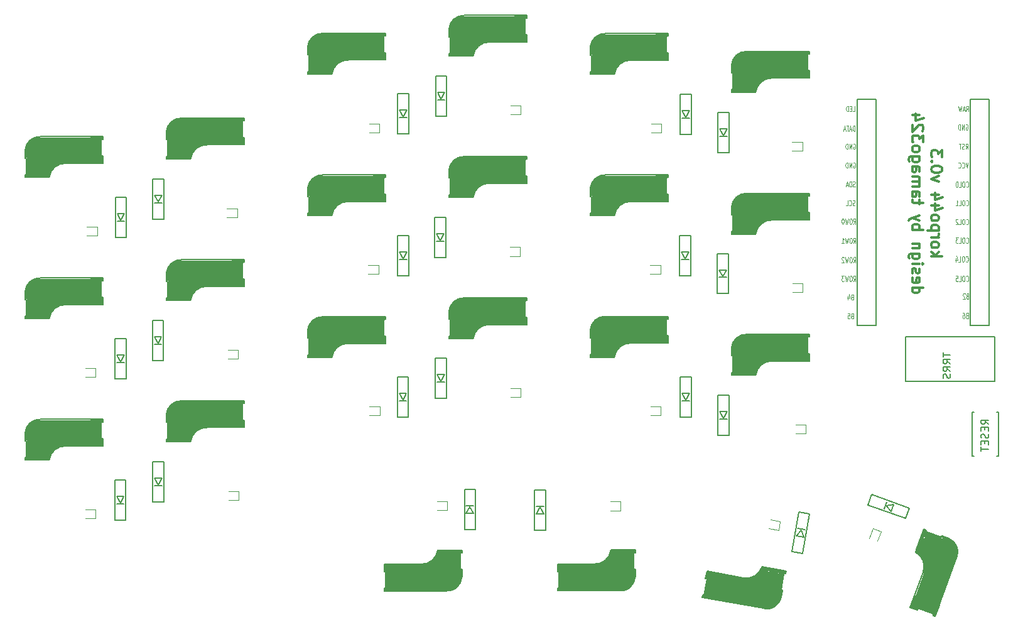
<source format=gbr>
%TF.GenerationSoftware,KiCad,Pcbnew,(5.1.10)-1*%
%TF.CreationDate,2021-08-29T08:11:49+09:00*%
%TF.ProjectId,korpo44,6b6f7270-6f34-4342-9e6b-696361645f70,rev?*%
%TF.SameCoordinates,Original*%
%TF.FileFunction,Legend,Bot*%
%TF.FilePolarity,Positive*%
%FSLAX46Y46*%
G04 Gerber Fmt 4.6, Leading zero omitted, Abs format (unit mm)*
G04 Created by KiCad (PCBNEW (5.1.10)-1) date 2021-08-29 08:11:49*
%MOMM*%
%LPD*%
G01*
G04 APERTURE LIST*
%ADD10C,0.300000*%
%ADD11C,0.150000*%
%ADD12C,0.400000*%
%ADD13C,0.500000*%
%ADD14C,3.500000*%
%ADD15C,1.000000*%
%ADD16C,3.000000*%
%ADD17C,0.800000*%
%ADD18C,0.120000*%
%ADD19C,0.125000*%
G04 APERTURE END LIST*
D10*
X152596428Y-62107142D02*
X154096428Y-62107142D01*
X153167857Y-61964285D02*
X152596428Y-61535714D01*
X153596428Y-61535714D02*
X153025000Y-62107142D01*
X152596428Y-60678571D02*
X152667857Y-60821428D01*
X152739285Y-60892857D01*
X152882142Y-60964285D01*
X153310714Y-60964285D01*
X153453571Y-60892857D01*
X153525000Y-60821428D01*
X153596428Y-60678571D01*
X153596428Y-60464285D01*
X153525000Y-60321428D01*
X153453571Y-60250000D01*
X153310714Y-60178571D01*
X152882142Y-60178571D01*
X152739285Y-60250000D01*
X152667857Y-60321428D01*
X152596428Y-60464285D01*
X152596428Y-60678571D01*
X152596428Y-59535714D02*
X153596428Y-59535714D01*
X153310714Y-59535714D02*
X153453571Y-59464285D01*
X153525000Y-59392857D01*
X153596428Y-59250000D01*
X153596428Y-59107142D01*
X153596428Y-58607142D02*
X152096428Y-58607142D01*
X153525000Y-58607142D02*
X153596428Y-58464285D01*
X153596428Y-58178571D01*
X153525000Y-58035714D01*
X153453571Y-57964285D01*
X153310714Y-57892857D01*
X152882142Y-57892857D01*
X152739285Y-57964285D01*
X152667857Y-58035714D01*
X152596428Y-58178571D01*
X152596428Y-58464285D01*
X152667857Y-58607142D01*
X152596428Y-57035714D02*
X152667857Y-57178571D01*
X152739285Y-57250000D01*
X152882142Y-57321428D01*
X153310714Y-57321428D01*
X153453571Y-57250000D01*
X153525000Y-57178571D01*
X153596428Y-57035714D01*
X153596428Y-56821428D01*
X153525000Y-56678571D01*
X153453571Y-56607142D01*
X153310714Y-56535714D01*
X152882142Y-56535714D01*
X152739285Y-56607142D01*
X152667857Y-56678571D01*
X152596428Y-56821428D01*
X152596428Y-57035714D01*
X153596428Y-55250000D02*
X152596428Y-55250000D01*
X154167857Y-55607142D02*
X153096428Y-55964285D01*
X153096428Y-55035714D01*
X153596428Y-53821428D02*
X152596428Y-53821428D01*
X154167857Y-54178571D02*
X153096428Y-54535714D01*
X153096428Y-53607142D01*
X153596428Y-52035714D02*
X152596428Y-51678571D01*
X153596428Y-51321428D01*
X154096428Y-50464285D02*
X154096428Y-50321428D01*
X154025000Y-50178571D01*
X153953571Y-50107142D01*
X153810714Y-50035714D01*
X153525000Y-49964285D01*
X153167857Y-49964285D01*
X152882142Y-50035714D01*
X152739285Y-50107142D01*
X152667857Y-50178571D01*
X152596428Y-50321428D01*
X152596428Y-50464285D01*
X152667857Y-50607142D01*
X152739285Y-50678571D01*
X152882142Y-50750000D01*
X153167857Y-50821428D01*
X153525000Y-50821428D01*
X153810714Y-50750000D01*
X153953571Y-50678571D01*
X154025000Y-50607142D01*
X154096428Y-50464285D01*
X152739285Y-49321428D02*
X152667857Y-49250000D01*
X152596428Y-49321428D01*
X152667857Y-49392857D01*
X152739285Y-49321428D01*
X152596428Y-49321428D01*
X154096428Y-48750000D02*
X154096428Y-47821428D01*
X153525000Y-48321428D01*
X153525000Y-48107142D01*
X153453571Y-47964285D01*
X153382142Y-47892857D01*
X153239285Y-47821428D01*
X152882142Y-47821428D01*
X152739285Y-47892857D01*
X152667857Y-47964285D01*
X152596428Y-48107142D01*
X152596428Y-48535714D01*
X152667857Y-48678571D01*
X152739285Y-48750000D01*
X150046428Y-66321428D02*
X151546428Y-66321428D01*
X150117857Y-66321428D02*
X150046428Y-66464285D01*
X150046428Y-66750000D01*
X150117857Y-66892857D01*
X150189285Y-66964285D01*
X150332142Y-67035714D01*
X150760714Y-67035714D01*
X150903571Y-66964285D01*
X150975000Y-66892857D01*
X151046428Y-66750000D01*
X151046428Y-66464285D01*
X150975000Y-66321428D01*
X150117857Y-65035714D02*
X150046428Y-65178571D01*
X150046428Y-65464285D01*
X150117857Y-65607142D01*
X150260714Y-65678571D01*
X150832142Y-65678571D01*
X150975000Y-65607142D01*
X151046428Y-65464285D01*
X151046428Y-65178571D01*
X150975000Y-65035714D01*
X150832142Y-64964285D01*
X150689285Y-64964285D01*
X150546428Y-65678571D01*
X150117857Y-64392857D02*
X150046428Y-64250000D01*
X150046428Y-63964285D01*
X150117857Y-63821428D01*
X150260714Y-63750000D01*
X150332142Y-63750000D01*
X150475000Y-63821428D01*
X150546428Y-63964285D01*
X150546428Y-64178571D01*
X150617857Y-64321428D01*
X150760714Y-64392857D01*
X150832142Y-64392857D01*
X150975000Y-64321428D01*
X151046428Y-64178571D01*
X151046428Y-63964285D01*
X150975000Y-63821428D01*
X150046428Y-63107142D02*
X151046428Y-63107142D01*
X151546428Y-63107142D02*
X151475000Y-63178571D01*
X151403571Y-63107142D01*
X151475000Y-63035714D01*
X151546428Y-63107142D01*
X151403571Y-63107142D01*
X151046428Y-61750000D02*
X149832142Y-61750000D01*
X149689285Y-61821428D01*
X149617857Y-61892857D01*
X149546428Y-62035714D01*
X149546428Y-62250000D01*
X149617857Y-62392857D01*
X150117857Y-61750000D02*
X150046428Y-61892857D01*
X150046428Y-62178571D01*
X150117857Y-62321428D01*
X150189285Y-62392857D01*
X150332142Y-62464285D01*
X150760714Y-62464285D01*
X150903571Y-62392857D01*
X150975000Y-62321428D01*
X151046428Y-62178571D01*
X151046428Y-61892857D01*
X150975000Y-61750000D01*
X151046428Y-61035714D02*
X150046428Y-61035714D01*
X150903571Y-61035714D02*
X150975000Y-60964285D01*
X151046428Y-60821428D01*
X151046428Y-60607142D01*
X150975000Y-60464285D01*
X150832142Y-60392857D01*
X150046428Y-60392857D01*
X150046428Y-58535714D02*
X151546428Y-58535714D01*
X150975000Y-58535714D02*
X151046428Y-58392857D01*
X151046428Y-58107142D01*
X150975000Y-57964285D01*
X150903571Y-57892857D01*
X150760714Y-57821428D01*
X150332142Y-57821428D01*
X150189285Y-57892857D01*
X150117857Y-57964285D01*
X150046428Y-58107142D01*
X150046428Y-58392857D01*
X150117857Y-58535714D01*
X151046428Y-57321428D02*
X150046428Y-56964285D01*
X151046428Y-56607142D02*
X150046428Y-56964285D01*
X149689285Y-57107142D01*
X149617857Y-57178571D01*
X149546428Y-57321428D01*
X151046428Y-55107142D02*
X151046428Y-54535714D01*
X151546428Y-54892857D02*
X150260714Y-54892857D01*
X150117857Y-54821428D01*
X150046428Y-54678571D01*
X150046428Y-54535714D01*
X150046428Y-53392857D02*
X150832142Y-53392857D01*
X150975000Y-53464285D01*
X151046428Y-53607142D01*
X151046428Y-53892857D01*
X150975000Y-54035714D01*
X150117857Y-53392857D02*
X150046428Y-53535714D01*
X150046428Y-53892857D01*
X150117857Y-54035714D01*
X150260714Y-54107142D01*
X150403571Y-54107142D01*
X150546428Y-54035714D01*
X150617857Y-53892857D01*
X150617857Y-53535714D01*
X150689285Y-53392857D01*
X150046428Y-52678571D02*
X151046428Y-52678571D01*
X150903571Y-52678571D02*
X150975000Y-52607142D01*
X151046428Y-52464285D01*
X151046428Y-52250000D01*
X150975000Y-52107142D01*
X150832142Y-52035714D01*
X150046428Y-52035714D01*
X150832142Y-52035714D02*
X150975000Y-51964285D01*
X151046428Y-51821428D01*
X151046428Y-51607142D01*
X150975000Y-51464285D01*
X150832142Y-51392857D01*
X150046428Y-51392857D01*
X150046428Y-50035714D02*
X150832142Y-50035714D01*
X150975000Y-50107142D01*
X151046428Y-50250000D01*
X151046428Y-50535714D01*
X150975000Y-50678571D01*
X150117857Y-50035714D02*
X150046428Y-50178571D01*
X150046428Y-50535714D01*
X150117857Y-50678571D01*
X150260714Y-50750000D01*
X150403571Y-50750000D01*
X150546428Y-50678571D01*
X150617857Y-50535714D01*
X150617857Y-50178571D01*
X150689285Y-50035714D01*
X151046428Y-48678571D02*
X149832142Y-48678571D01*
X149689285Y-48750000D01*
X149617857Y-48821428D01*
X149546428Y-48964285D01*
X149546428Y-49178571D01*
X149617857Y-49321428D01*
X150117857Y-48678571D02*
X150046428Y-48821428D01*
X150046428Y-49107142D01*
X150117857Y-49250000D01*
X150189285Y-49321428D01*
X150332142Y-49392857D01*
X150760714Y-49392857D01*
X150903571Y-49321428D01*
X150975000Y-49250000D01*
X151046428Y-49107142D01*
X151046428Y-48821428D01*
X150975000Y-48678571D01*
X150046428Y-47750000D02*
X150117857Y-47892857D01*
X150189285Y-47964285D01*
X150332142Y-48035714D01*
X150760714Y-48035714D01*
X150903571Y-47964285D01*
X150975000Y-47892857D01*
X151046428Y-47750000D01*
X151046428Y-47535714D01*
X150975000Y-47392857D01*
X150903571Y-47321428D01*
X150760714Y-47250000D01*
X150332142Y-47250000D01*
X150189285Y-47321428D01*
X150117857Y-47392857D01*
X150046428Y-47535714D01*
X150046428Y-47750000D01*
X151546428Y-46750000D02*
X151546428Y-45821428D01*
X150975000Y-46321428D01*
X150975000Y-46107142D01*
X150903571Y-45964285D01*
X150832142Y-45892857D01*
X150689285Y-45821428D01*
X150332142Y-45821428D01*
X150189285Y-45892857D01*
X150117857Y-45964285D01*
X150046428Y-46107142D01*
X150046428Y-46535714D01*
X150117857Y-46678571D01*
X150189285Y-46750000D01*
X151403571Y-45250000D02*
X151475000Y-45178571D01*
X151546428Y-45035714D01*
X151546428Y-44678571D01*
X151475000Y-44535714D01*
X151403571Y-44464285D01*
X151260714Y-44392857D01*
X151117857Y-44392857D01*
X150903571Y-44464285D01*
X150046428Y-45321428D01*
X150046428Y-44392857D01*
X151046428Y-43107142D02*
X150046428Y-43107142D01*
X151617857Y-43464285D02*
X150546428Y-43821428D01*
X150546428Y-42892857D01*
D11*
%TO.C,U1*%
X157861000Y-40919400D02*
X160401000Y-40919400D01*
X160401000Y-40919400D02*
X160401000Y-71399400D01*
X160401000Y-71399400D02*
X157861000Y-71399400D01*
X157861000Y-71399400D02*
X157861000Y-40919400D01*
X142621000Y-40919400D02*
X145161000Y-40919400D01*
X145161000Y-40919400D02*
X145161000Y-71399400D01*
X145161000Y-71399400D02*
X142621000Y-71399400D01*
X142621000Y-71399400D02*
X142621000Y-40919400D01*
D12*
%TO.C,SW6*%
X59772000Y-84288800D02*
X59772000Y-84988800D01*
X59772000Y-81788800D02*
X58372000Y-81788800D01*
D13*
X49672000Y-86888800D02*
X52372000Y-86888800D01*
D11*
X59972000Y-81938800D02*
X59972000Y-81588800D01*
X59972000Y-81588800D02*
X51571999Y-81588800D01*
X54972000Y-85188800D02*
X59972000Y-85188800D01*
X49472000Y-87088800D02*
X52752000Y-87088800D01*
X49472000Y-83488800D02*
X49472000Y-84488800D01*
X49472000Y-87088800D02*
X49472000Y-86728800D01*
X49672000Y-86728800D02*
X49472000Y-86728800D01*
X49702000Y-84488800D02*
X49702000Y-86728800D01*
X49472000Y-84488800D02*
X49672000Y-84488800D01*
X59772000Y-81938800D02*
X59972000Y-81938800D01*
X59752000Y-84188800D02*
X59752000Y-81938800D01*
X59972000Y-84188800D02*
X59772000Y-84188800D01*
X59972000Y-85188800D02*
X59972000Y-84188800D01*
D14*
X57972000Y-83388800D02*
X51272000Y-83388800D01*
D15*
X59272000Y-82188800D02*
X59272000Y-84688800D01*
D13*
X59672000Y-84888800D02*
X58272000Y-84888800D01*
D16*
X51202000Y-83088800D02*
X51202000Y-85328800D01*
D17*
X50072000Y-86588800D02*
X50072000Y-84788801D01*
D10*
X49572000Y-84388799D02*
X49572000Y-83488800D01*
D15*
X52355682Y-86667329D02*
G75*
G02*
X54572000Y-84788800I2151318J-291471D01*
G01*
D11*
X49472000Y-83488801D02*
G75*
G02*
X51571999Y-81588800I2000000J-99999D01*
G01*
X52755682Y-87067329D02*
G75*
G02*
X54972000Y-85188800I2151318J-291471D01*
G01*
D12*
%TO.C,SW18*%
X122395618Y-105489698D02*
X122517172Y-104800333D01*
X121961498Y-107951718D02*
X123340228Y-108194825D01*
D13*
X132793662Y-104683045D02*
X130134681Y-104214195D01*
D11*
X121790583Y-107769267D02*
X121729806Y-108113950D01*
X121729806Y-108113950D02*
X130002192Y-109572594D01*
X127278979Y-105436883D02*
X122354940Y-104568642D01*
X133025353Y-104520813D02*
X129795183Y-103951247D01*
X132400219Y-108066121D02*
X132573867Y-107081313D01*
X133025353Y-104520813D02*
X132962839Y-104875344D01*
X132765878Y-104840614D02*
X132962839Y-104875344D01*
X132347362Y-107041374D02*
X132736334Y-104835404D01*
X132573867Y-107081313D02*
X132376906Y-107046583D01*
X121987545Y-107803996D02*
X121790583Y-107769267D01*
X122397949Y-105591652D02*
X122007241Y-107807469D01*
X122181292Y-105553449D02*
X122378253Y-105588179D01*
X122354940Y-104568642D02*
X122181292Y-105553449D01*
D14*
X124011989Y-106688592D02*
X130610201Y-107852035D01*
D15*
X122523361Y-107644619D02*
X122957481Y-105182599D01*
D13*
X122598288Y-104916178D02*
X123977019Y-105159286D01*
D16*
X130627043Y-108159632D02*
X131016015Y-105953663D01*
D17*
X132347644Y-104909028D02*
X132035077Y-106681681D01*
D10*
X132458022Y-107162430D02*
X132301739Y-108048756D01*
D15*
X130112293Y-104435134D02*
G75*
G02*
X127603442Y-105900265I-2068022J660615D01*
G01*
D11*
X132400219Y-108066121D02*
G75*
G02*
X130002192Y-109572594I-1952250J445777D01*
G01*
X129787830Y-103971752D02*
G75*
G02*
X127278979Y-105436883I-2068022J660615D01*
G01*
D12*
%TO.C,SW1*%
X40722000Y-48678000D02*
X40722000Y-49378000D01*
X40722000Y-46178000D02*
X39322000Y-46178000D01*
D13*
X30622000Y-51278000D02*
X33322000Y-51278000D01*
D11*
X40922000Y-46328000D02*
X40922000Y-45978000D01*
X40922000Y-45978000D02*
X32521999Y-45978000D01*
X35922000Y-49578000D02*
X40922000Y-49578000D01*
X30422000Y-51478000D02*
X33702000Y-51478000D01*
X30422000Y-47878000D02*
X30422000Y-48878000D01*
X30422000Y-51478000D02*
X30422000Y-51118000D01*
X30622000Y-51118000D02*
X30422000Y-51118000D01*
X30652000Y-48878000D02*
X30652000Y-51118000D01*
X30422000Y-48878000D02*
X30622000Y-48878000D01*
X40722000Y-46328000D02*
X40922000Y-46328000D01*
X40702000Y-48578000D02*
X40702000Y-46328000D01*
X40922000Y-48578000D02*
X40722000Y-48578000D01*
X40922000Y-49578000D02*
X40922000Y-48578000D01*
D14*
X38922000Y-47778000D02*
X32222000Y-47778000D01*
D15*
X40222000Y-46578000D02*
X40222000Y-49078000D01*
D13*
X40622000Y-49278000D02*
X39222000Y-49278000D01*
D16*
X32152000Y-47478000D02*
X32152000Y-49718000D01*
D17*
X31022000Y-50978000D02*
X31022000Y-49178001D01*
D10*
X30522000Y-48777999D02*
X30522000Y-47878000D01*
D15*
X33305682Y-51056529D02*
G75*
G02*
X35522000Y-49178000I2151318J-291471D01*
G01*
D11*
X30422000Y-47878001D02*
G75*
G02*
X32521999Y-45978000I2000000J-99999D01*
G01*
X33705682Y-51456529D02*
G75*
G02*
X35922000Y-49578000I2151318J-291471D01*
G01*
%TO.C,D1*%
X44107800Y-54196000D02*
X42607800Y-54196000D01*
X44107800Y-59596000D02*
X44107800Y-54196000D01*
X42607800Y-59596000D02*
X44107800Y-59596000D01*
X42607800Y-54196000D02*
X42607800Y-59596000D01*
X43857800Y-56396000D02*
X43357800Y-57296000D01*
X42857800Y-56396000D02*
X43857800Y-56396000D01*
X43357800Y-57296000D02*
X42857800Y-56396000D01*
X42857800Y-57396000D02*
X43857800Y-57396000D01*
%TO.C,D2*%
X44082400Y-73220600D02*
X42582400Y-73220600D01*
X44082400Y-78620600D02*
X44082400Y-73220600D01*
X42582400Y-78620600D02*
X44082400Y-78620600D01*
X42582400Y-73220600D02*
X42582400Y-78620600D01*
X43832400Y-75420600D02*
X43332400Y-76320600D01*
X42832400Y-75420600D02*
X43832400Y-75420600D01*
X43332400Y-76320600D02*
X42832400Y-75420600D01*
X42832400Y-76420600D02*
X43832400Y-76420600D01*
%TO.C,D3*%
X44031600Y-92296000D02*
X42531600Y-92296000D01*
X44031600Y-97696000D02*
X44031600Y-92296000D01*
X42531600Y-97696000D02*
X44031600Y-97696000D01*
X42531600Y-92296000D02*
X42531600Y-97696000D01*
X43781600Y-94496000D02*
X43281600Y-95396000D01*
X42781600Y-94496000D02*
X43781600Y-94496000D01*
X43281600Y-95396000D02*
X42781600Y-94496000D01*
X42781600Y-95496000D02*
X43781600Y-95496000D01*
%TO.C,D4*%
X49162400Y-51681400D02*
X47662400Y-51681400D01*
X49162400Y-57081400D02*
X49162400Y-51681400D01*
X47662400Y-57081400D02*
X49162400Y-57081400D01*
X47662400Y-51681400D02*
X47662400Y-57081400D01*
X48912400Y-53881400D02*
X48412400Y-54781400D01*
X47912400Y-53881400D02*
X48912400Y-53881400D01*
X48412400Y-54781400D02*
X47912400Y-53881400D01*
X47912400Y-54881400D02*
X48912400Y-54881400D01*
%TO.C,D5*%
X49111600Y-70782200D02*
X47611600Y-70782200D01*
X49111600Y-76182200D02*
X49111600Y-70782200D01*
X47611600Y-76182200D02*
X49111600Y-76182200D01*
X47611600Y-70782200D02*
X47611600Y-76182200D01*
X48861600Y-72982200D02*
X48361600Y-73882200D01*
X47861600Y-72982200D02*
X48861600Y-72982200D01*
X48361600Y-73882200D02*
X47861600Y-72982200D01*
X47861600Y-73982200D02*
X48861600Y-73982200D01*
%TO.C,D6*%
X49162400Y-89832200D02*
X47662400Y-89832200D01*
X49162400Y-95232200D02*
X49162400Y-89832200D01*
X47662400Y-95232200D02*
X49162400Y-95232200D01*
X47662400Y-89832200D02*
X47662400Y-95232200D01*
X48912400Y-92032200D02*
X48412400Y-92932200D01*
X47912400Y-92032200D02*
X48912400Y-92032200D01*
X48412400Y-92932200D02*
X47912400Y-92032200D01*
X47912400Y-93032200D02*
X48912400Y-93032200D01*
%TO.C,D7*%
X82157000Y-40200600D02*
X80657000Y-40200600D01*
X82157000Y-45600600D02*
X82157000Y-40200600D01*
X80657000Y-45600600D02*
X82157000Y-45600600D01*
X80657000Y-40200600D02*
X80657000Y-45600600D01*
X81907000Y-42400600D02*
X81407000Y-43300600D01*
X80907000Y-42400600D02*
X81907000Y-42400600D01*
X81407000Y-43300600D02*
X80907000Y-42400600D01*
X80907000Y-43400600D02*
X81907000Y-43400600D01*
%TO.C,D8*%
X82157000Y-59326800D02*
X80657000Y-59326800D01*
X82157000Y-64726800D02*
X82157000Y-59326800D01*
X80657000Y-64726800D02*
X82157000Y-64726800D01*
X80657000Y-59326800D02*
X80657000Y-64726800D01*
X81907000Y-61526800D02*
X81407000Y-62426800D01*
X80907000Y-61526800D02*
X81907000Y-61526800D01*
X81407000Y-62426800D02*
X80907000Y-61526800D01*
X80907000Y-62526800D02*
X81907000Y-62526800D01*
%TO.C,D9*%
X82131600Y-78376800D02*
X80631600Y-78376800D01*
X82131600Y-83776800D02*
X82131600Y-78376800D01*
X80631600Y-83776800D02*
X82131600Y-83776800D01*
X80631600Y-78376800D02*
X80631600Y-83776800D01*
X81881600Y-80576800D02*
X81381600Y-81476800D01*
X80881600Y-80576800D02*
X81881600Y-80576800D01*
X81381600Y-81476800D02*
X80881600Y-80576800D01*
X80881600Y-81576800D02*
X81881600Y-81576800D01*
%TO.C,D10*%
X89674000Y-98966000D02*
X91174000Y-98966000D01*
X89674000Y-93566000D02*
X89674000Y-98966000D01*
X91174000Y-93566000D02*
X89674000Y-93566000D01*
X91174000Y-98966000D02*
X91174000Y-93566000D01*
X89924000Y-96766000D02*
X90424000Y-95866000D01*
X90924000Y-96766000D02*
X89924000Y-96766000D01*
X90424000Y-95866000D02*
X90924000Y-96766000D01*
X90924000Y-95766000D02*
X89924000Y-95766000D01*
%TO.C,D11*%
X87287800Y-37813000D02*
X85787800Y-37813000D01*
X87287800Y-43213000D02*
X87287800Y-37813000D01*
X85787800Y-43213000D02*
X87287800Y-43213000D01*
X85787800Y-37813000D02*
X85787800Y-43213000D01*
X87037800Y-40013000D02*
X86537800Y-40913000D01*
X86037800Y-40013000D02*
X87037800Y-40013000D01*
X86537800Y-40913000D02*
X86037800Y-40013000D01*
X86037800Y-41013000D02*
X87037800Y-41013000D01*
%TO.C,D12*%
X87186200Y-56888400D02*
X85686200Y-56888400D01*
X87186200Y-62288400D02*
X87186200Y-56888400D01*
X85686200Y-62288400D02*
X87186200Y-62288400D01*
X85686200Y-56888400D02*
X85686200Y-62288400D01*
X86936200Y-59088400D02*
X86436200Y-59988400D01*
X85936200Y-59088400D02*
X86936200Y-59088400D01*
X86436200Y-59988400D02*
X85936200Y-59088400D01*
X85936200Y-60088400D02*
X86936200Y-60088400D01*
%TO.C,D13*%
X87262400Y-75862200D02*
X85762400Y-75862200D01*
X87262400Y-81262200D02*
X87262400Y-75862200D01*
X85762400Y-81262200D02*
X87262400Y-81262200D01*
X85762400Y-75862200D02*
X85762400Y-81262200D01*
X87012400Y-78062200D02*
X86512400Y-78962200D01*
X86012400Y-78062200D02*
X87012400Y-78062200D01*
X86512400Y-78962200D02*
X86012400Y-78062200D01*
X86012400Y-79062200D02*
X87012400Y-79062200D01*
%TO.C,D14*%
X99122800Y-98991400D02*
X100622800Y-98991400D01*
X99122800Y-93591400D02*
X99122800Y-98991400D01*
X100622800Y-93591400D02*
X99122800Y-93591400D01*
X100622800Y-98991400D02*
X100622800Y-93591400D01*
X99372800Y-96791400D02*
X99872800Y-95891400D01*
X100372800Y-96791400D02*
X99372800Y-96791400D01*
X99872800Y-95891400D02*
X100372800Y-96791400D01*
X100372800Y-95791400D02*
X99372800Y-95791400D01*
%TO.C,D15*%
X120257000Y-40302200D02*
X118757000Y-40302200D01*
X120257000Y-45702200D02*
X120257000Y-40302200D01*
X118757000Y-45702200D02*
X120257000Y-45702200D01*
X118757000Y-40302200D02*
X118757000Y-45702200D01*
X120007000Y-42502200D02*
X119507000Y-43402200D01*
X119007000Y-42502200D02*
X120007000Y-42502200D01*
X119507000Y-43402200D02*
X119007000Y-42502200D01*
X119007000Y-43502200D02*
X120007000Y-43502200D01*
%TO.C,D16*%
X120206000Y-59326800D02*
X118706000Y-59326800D01*
X120206000Y-64726800D02*
X120206000Y-59326800D01*
X118706000Y-64726800D02*
X120206000Y-64726800D01*
X118706000Y-59326800D02*
X118706000Y-64726800D01*
X119956000Y-61526800D02*
X119456000Y-62426800D01*
X118956000Y-61526800D02*
X119956000Y-61526800D01*
X119456000Y-62426800D02*
X118956000Y-61526800D01*
X118956000Y-62526800D02*
X119956000Y-62526800D01*
%TO.C,D17*%
X120257000Y-78402200D02*
X118757000Y-78402200D01*
X120257000Y-83802200D02*
X120257000Y-78402200D01*
X118757000Y-83802200D02*
X120257000Y-83802200D01*
X118757000Y-78402200D02*
X118757000Y-83802200D01*
X120007000Y-80602200D02*
X119507000Y-81502200D01*
X119007000Y-80602200D02*
X120007000Y-80602200D01*
X119507000Y-81502200D02*
X119007000Y-80602200D01*
X119007000Y-81602200D02*
X120007000Y-81602200D01*
%TO.C,D18*%
X133790544Y-101914345D02*
X135267756Y-102174817D01*
X134728244Y-96596383D02*
X133790544Y-101914345D01*
X136205456Y-96856855D02*
X134728244Y-96596383D01*
X135267756Y-102174817D02*
X136205456Y-96856855D01*
X134418772Y-99791180D02*
X135067459Y-98991677D01*
X135403580Y-99964828D02*
X134418772Y-99791180D01*
X135067459Y-98991677D02*
X135403580Y-99964828D01*
X135577228Y-98980020D02*
X134592420Y-98806372D01*
%TO.C,D19*%
X125337000Y-42766000D02*
X123837000Y-42766000D01*
X125337000Y-48166000D02*
X125337000Y-42766000D01*
X123837000Y-48166000D02*
X125337000Y-48166000D01*
X123837000Y-42766000D02*
X123837000Y-48166000D01*
X125087000Y-44966000D02*
X124587000Y-45866000D01*
X124087000Y-44966000D02*
X125087000Y-44966000D01*
X124587000Y-45866000D02*
X124087000Y-44966000D01*
X124087000Y-45966000D02*
X125087000Y-45966000D01*
%TO.C,D20*%
X125286000Y-61739800D02*
X123786000Y-61739800D01*
X125286000Y-67139800D02*
X125286000Y-61739800D01*
X123786000Y-67139800D02*
X125286000Y-67139800D01*
X123786000Y-61739800D02*
X123786000Y-67139800D01*
X125036000Y-63939800D02*
X124536000Y-64839800D01*
X124036000Y-63939800D02*
X125036000Y-63939800D01*
X124536000Y-64839800D02*
X124036000Y-63939800D01*
X124036000Y-64939800D02*
X125036000Y-64939800D01*
%TO.C,D21*%
X125337000Y-80866000D02*
X123837000Y-80866000D01*
X125337000Y-86266000D02*
X125337000Y-80866000D01*
X123837000Y-86266000D02*
X125337000Y-86266000D01*
X123837000Y-80866000D02*
X123837000Y-86266000D01*
X125087000Y-83066000D02*
X124587000Y-83966000D01*
X124087000Y-83066000D02*
X125087000Y-83066000D01*
X124587000Y-83966000D02*
X124087000Y-83066000D01*
X124087000Y-84066000D02*
X125087000Y-84066000D01*
%TO.C,D22*%
X149168655Y-97462424D02*
X149681685Y-96052885D01*
X144094315Y-95615515D02*
X149168655Y-97462424D01*
X144607345Y-94205976D02*
X144094315Y-95615515D01*
X149681685Y-96052885D02*
X144607345Y-94205976D01*
X147186836Y-96475056D02*
X146512123Y-95697392D01*
X147528856Y-95535364D02*
X147186836Y-96475056D01*
X146512123Y-95697392D02*
X147528856Y-95535364D01*
X146589164Y-95193344D02*
X146247144Y-96133036D01*
%TO.C,J1*%
X149163000Y-72948600D02*
X161163000Y-72948600D01*
X149163000Y-78948600D02*
X149163000Y-72948600D01*
X161163000Y-78948600D02*
X149163000Y-78948600D01*
X161163000Y-72948600D02*
X161163000Y-78948600D01*
D18*
%TO.C,LED1*%
X40157400Y-58166000D02*
X38785800Y-58166000D01*
X40157400Y-59359800D02*
X38785800Y-59359800D01*
X40157400Y-59359800D02*
X40157400Y-58166000D01*
%TO.C,LED2*%
X39954200Y-77190600D02*
X38582600Y-77190600D01*
X39954200Y-78384400D02*
X38582600Y-78384400D01*
X39954200Y-78384400D02*
X39954200Y-77190600D01*
%TO.C,LED3*%
X39954200Y-96266000D02*
X38582600Y-96266000D01*
X39954200Y-97459800D02*
X38582600Y-97459800D01*
X39954200Y-97459800D02*
X39954200Y-96266000D01*
%TO.C,LED4*%
X59036400Y-56856400D02*
X59036400Y-55662600D01*
X59036400Y-56856400D02*
X57664800Y-56856400D01*
X59036400Y-55662600D02*
X57664800Y-55662600D01*
%TO.C,LED5*%
X59156600Y-75920600D02*
X59156600Y-74726800D01*
X59156600Y-75920600D02*
X57785000Y-75920600D01*
X59156600Y-74726800D02*
X57785000Y-74726800D01*
%TO.C,LED6*%
X59232800Y-94996000D02*
X59232800Y-93802200D01*
X59232800Y-94996000D02*
X57861200Y-94996000D01*
X59232800Y-93802200D02*
X57861200Y-93802200D01*
%TO.C,LED7*%
X78232000Y-44246800D02*
X76860400Y-44246800D01*
X78232000Y-45440600D02*
X76860400Y-45440600D01*
X78232000Y-45440600D02*
X78232000Y-44246800D01*
%TO.C,LED8*%
X78079600Y-63322200D02*
X76708000Y-63322200D01*
X78079600Y-64516000D02*
X76708000Y-64516000D01*
X78079600Y-64516000D02*
X78079600Y-63322200D01*
%TO.C,LED9*%
X78257400Y-82346800D02*
X76885800Y-82346800D01*
X78257400Y-83540600D02*
X76885800Y-83540600D01*
X78257400Y-83540600D02*
X78257400Y-82346800D01*
%TO.C,LED10*%
X87376000Y-95097600D02*
X86004400Y-95097600D01*
X87376000Y-96291400D02*
X86004400Y-96291400D01*
X87376000Y-96291400D02*
X87376000Y-95097600D01*
%TO.C,LED11*%
X97231200Y-42976800D02*
X97231200Y-41783000D01*
X97231200Y-42976800D02*
X95859600Y-42976800D01*
X97231200Y-41783000D02*
X95859600Y-41783000D01*
%TO.C,LED12*%
X97155000Y-62077600D02*
X97155000Y-60883800D01*
X97155000Y-62077600D02*
X95783400Y-62077600D01*
X97155000Y-60883800D02*
X95783400Y-60883800D01*
%TO.C,LED13*%
X97256600Y-81051400D02*
X97256600Y-79857600D01*
X97256600Y-81051400D02*
X95885000Y-81051400D01*
X97256600Y-79857600D02*
X95885000Y-79857600D01*
%TO.C,LED14*%
X110718800Y-96367600D02*
X110718800Y-95173800D01*
X110718800Y-96367600D02*
X109347200Y-96367600D01*
X110718800Y-95173800D02*
X109347200Y-95173800D01*
%TO.C,LED15*%
X116255800Y-44272200D02*
X114884200Y-44272200D01*
X116255800Y-45466000D02*
X114884200Y-45466000D01*
X116255800Y-45466000D02*
X116255800Y-44272200D01*
%TO.C,LED16*%
X116103800Y-63296800D02*
X114732200Y-63296800D01*
X116103800Y-64490600D02*
X114732200Y-64490600D01*
X116103800Y-64490600D02*
X116103800Y-63296800D01*
%TO.C,LED17*%
X116128800Y-82346800D02*
X114757200Y-82346800D01*
X116128800Y-83540600D02*
X114757200Y-83540600D01*
X116128800Y-83540600D02*
X116128800Y-82346800D01*
%TO.C,LED18*%
X132259433Y-97852624D02*
X130908670Y-97614448D01*
X132052131Y-99028288D02*
X130701369Y-98790112D01*
X132052131Y-99028288D02*
X132259433Y-97852624D01*
%TO.C,LED19*%
X135229800Y-47929800D02*
X135229800Y-46736000D01*
X135229800Y-47929800D02*
X133858200Y-47929800D01*
X135229800Y-46736000D02*
X133858200Y-46736000D01*
%TO.C,LED20*%
X135254800Y-66979800D02*
X135254800Y-65786000D01*
X135254800Y-66979800D02*
X133883200Y-66979800D01*
X135254800Y-65786000D02*
X133883200Y-65786000D01*
%TO.C,LED21*%
X135686800Y-86004400D02*
X135686800Y-84810600D01*
X135686800Y-86004400D02*
X134315200Y-86004400D01*
X135686800Y-84810600D02*
X134315200Y-84810600D01*
%TO.C,LED22*%
X145852313Y-99220429D02*
X144730508Y-98812125D01*
X145852313Y-99220429D02*
X145383198Y-100509311D01*
X144730508Y-98812125D02*
X144261393Y-100101007D01*
D11*
%TO.C,RESET_SW1*%
X158393000Y-89080600D02*
X158143000Y-89080600D01*
X158143000Y-89080600D02*
X158143000Y-83080600D01*
X158143000Y-83080600D02*
X158393000Y-83080600D01*
X161393000Y-83080600D02*
X161643000Y-83080600D01*
X161643000Y-83080600D02*
X161643000Y-89080600D01*
X161643000Y-89080600D02*
X161393000Y-89080600D01*
D10*
%TO.C,SW2*%
X30522000Y-67827999D02*
X30522000Y-66928000D01*
D17*
X31022000Y-70028000D02*
X31022000Y-68228001D01*
D16*
X32152000Y-66528000D02*
X32152000Y-68768000D01*
D13*
X40622000Y-68328000D02*
X39222000Y-68328000D01*
D15*
X40222000Y-65628000D02*
X40222000Y-68128000D01*
D14*
X38922000Y-66828000D02*
X32222000Y-66828000D01*
D11*
X40922000Y-68628000D02*
X40922000Y-67628000D01*
X40922000Y-67628000D02*
X40722000Y-67628000D01*
X40702000Y-67628000D02*
X40702000Y-65378000D01*
X40722000Y-65378000D02*
X40922000Y-65378000D01*
X30422000Y-67928000D02*
X30622000Y-67928000D01*
X30652000Y-67928000D02*
X30652000Y-70168000D01*
X30622000Y-70168000D02*
X30422000Y-70168000D01*
X30422000Y-70528000D02*
X30422000Y-70168000D01*
X30422000Y-66928000D02*
X30422000Y-67928000D01*
X30422000Y-70528000D02*
X33702000Y-70528000D01*
X35922000Y-68628000D02*
X40922000Y-68628000D01*
X40922000Y-65028000D02*
X32521999Y-65028000D01*
X40922000Y-65378000D02*
X40922000Y-65028000D01*
D13*
X30622000Y-70328000D02*
X33322000Y-70328000D01*
D12*
X40722000Y-65228000D02*
X39322000Y-65228000D01*
X40722000Y-67728000D02*
X40722000Y-68428000D01*
D11*
X33705682Y-70506529D02*
G75*
G02*
X35922000Y-68628000I2151318J-291471D01*
G01*
X30422000Y-66928001D02*
G75*
G02*
X32521999Y-65028000I2000000J-99999D01*
G01*
D15*
X33305682Y-70106529D02*
G75*
G02*
X35522000Y-68228000I2151318J-291471D01*
G01*
D12*
%TO.C,SW3*%
X40722000Y-86778000D02*
X40722000Y-87478000D01*
X40722000Y-84278000D02*
X39322000Y-84278000D01*
D13*
X30622000Y-89378000D02*
X33322000Y-89378000D01*
D11*
X40922000Y-84428000D02*
X40922000Y-84078000D01*
X40922000Y-84078000D02*
X32521999Y-84078000D01*
X35922000Y-87678000D02*
X40922000Y-87678000D01*
X30422000Y-89578000D02*
X33702000Y-89578000D01*
X30422000Y-85978000D02*
X30422000Y-86978000D01*
X30422000Y-89578000D02*
X30422000Y-89218000D01*
X30622000Y-89218000D02*
X30422000Y-89218000D01*
X30652000Y-86978000D02*
X30652000Y-89218000D01*
X30422000Y-86978000D02*
X30622000Y-86978000D01*
X40722000Y-84428000D02*
X40922000Y-84428000D01*
X40702000Y-86678000D02*
X40702000Y-84428000D01*
X40922000Y-86678000D02*
X40722000Y-86678000D01*
X40922000Y-87678000D02*
X40922000Y-86678000D01*
D14*
X38922000Y-85878000D02*
X32222000Y-85878000D01*
D15*
X40222000Y-84678000D02*
X40222000Y-87178000D01*
D13*
X40622000Y-87378000D02*
X39222000Y-87378000D01*
D16*
X32152000Y-85578000D02*
X32152000Y-87818000D01*
D17*
X31022000Y-89078000D02*
X31022000Y-87278001D01*
D10*
X30522000Y-86877999D02*
X30522000Y-85978000D01*
D15*
X33305682Y-89156529D02*
G75*
G02*
X35522000Y-87278000I2151318J-291471D01*
G01*
D11*
X30422000Y-85978001D02*
G75*
G02*
X32521999Y-84078000I2000000J-99999D01*
G01*
X33705682Y-89556529D02*
G75*
G02*
X35922000Y-87678000I2151318J-291471D01*
G01*
D10*
%TO.C,SW4*%
X49572000Y-46288799D02*
X49572000Y-45388800D01*
D17*
X50072000Y-48488800D02*
X50072000Y-46688801D01*
D16*
X51202000Y-44988800D02*
X51202000Y-47228800D01*
D13*
X59672000Y-46788800D02*
X58272000Y-46788800D01*
D15*
X59272000Y-44088800D02*
X59272000Y-46588800D01*
D14*
X57972000Y-45288800D02*
X51272000Y-45288800D01*
D11*
X59972000Y-47088800D02*
X59972000Y-46088800D01*
X59972000Y-46088800D02*
X59772000Y-46088800D01*
X59752000Y-46088800D02*
X59752000Y-43838800D01*
X59772000Y-43838800D02*
X59972000Y-43838800D01*
X49472000Y-46388800D02*
X49672000Y-46388800D01*
X49702000Y-46388800D02*
X49702000Y-48628800D01*
X49672000Y-48628800D02*
X49472000Y-48628800D01*
X49472000Y-48988800D02*
X49472000Y-48628800D01*
X49472000Y-45388800D02*
X49472000Y-46388800D01*
X49472000Y-48988800D02*
X52752000Y-48988800D01*
X54972000Y-47088800D02*
X59972000Y-47088800D01*
X59972000Y-43488800D02*
X51571999Y-43488800D01*
X59972000Y-43838800D02*
X59972000Y-43488800D01*
D13*
X49672000Y-48788800D02*
X52372000Y-48788800D01*
D12*
X59772000Y-43688800D02*
X58372000Y-43688800D01*
X59772000Y-46188800D02*
X59772000Y-46888800D01*
D11*
X52755682Y-48967329D02*
G75*
G02*
X54972000Y-47088800I2151318J-291471D01*
G01*
X49472000Y-45388801D02*
G75*
G02*
X51571999Y-43488800I2000000J-99999D01*
G01*
D15*
X52355682Y-48567329D02*
G75*
G02*
X54572000Y-46688800I2151318J-291471D01*
G01*
D10*
%TO.C,SW5*%
X49572000Y-65364199D02*
X49572000Y-64464200D01*
D17*
X50072000Y-67564200D02*
X50072000Y-65764201D01*
D16*
X51202000Y-64064200D02*
X51202000Y-66304200D01*
D13*
X59672000Y-65864200D02*
X58272000Y-65864200D01*
D15*
X59272000Y-63164200D02*
X59272000Y-65664200D01*
D14*
X57972000Y-64364200D02*
X51272000Y-64364200D01*
D11*
X59972000Y-66164200D02*
X59972000Y-65164200D01*
X59972000Y-65164200D02*
X59772000Y-65164200D01*
X59752000Y-65164200D02*
X59752000Y-62914200D01*
X59772000Y-62914200D02*
X59972000Y-62914200D01*
X49472000Y-65464200D02*
X49672000Y-65464200D01*
X49702000Y-65464200D02*
X49702000Y-67704200D01*
X49672000Y-67704200D02*
X49472000Y-67704200D01*
X49472000Y-68064200D02*
X49472000Y-67704200D01*
X49472000Y-64464200D02*
X49472000Y-65464200D01*
X49472000Y-68064200D02*
X52752000Y-68064200D01*
X54972000Y-66164200D02*
X59972000Y-66164200D01*
X59972000Y-62564200D02*
X51571999Y-62564200D01*
X59972000Y-62914200D02*
X59972000Y-62564200D01*
D13*
X49672000Y-67864200D02*
X52372000Y-67864200D01*
D12*
X59772000Y-62764200D02*
X58372000Y-62764200D01*
X59772000Y-65264200D02*
X59772000Y-65964200D01*
D11*
X52755682Y-68042729D02*
G75*
G02*
X54972000Y-66164200I2151318J-291471D01*
G01*
X49472000Y-64464201D02*
G75*
G02*
X51571999Y-62564200I2000000J-99999D01*
G01*
D15*
X52355682Y-67642729D02*
G75*
G02*
X54572000Y-65764200I2151318J-291471D01*
G01*
D12*
%TO.C,SW7*%
X78822000Y-34758800D02*
X78822000Y-35458800D01*
X78822000Y-32258800D02*
X77422000Y-32258800D01*
D13*
X68722000Y-37358800D02*
X71422000Y-37358800D01*
D11*
X79022000Y-32408800D02*
X79022000Y-32058800D01*
X79022000Y-32058800D02*
X70621999Y-32058800D01*
X74022000Y-35658800D02*
X79022000Y-35658800D01*
X68522000Y-37558800D02*
X71802000Y-37558800D01*
X68522000Y-33958800D02*
X68522000Y-34958800D01*
X68522000Y-37558800D02*
X68522000Y-37198800D01*
X68722000Y-37198800D02*
X68522000Y-37198800D01*
X68752000Y-34958800D02*
X68752000Y-37198800D01*
X68522000Y-34958800D02*
X68722000Y-34958800D01*
X78822000Y-32408800D02*
X79022000Y-32408800D01*
X78802000Y-34658800D02*
X78802000Y-32408800D01*
X79022000Y-34658800D02*
X78822000Y-34658800D01*
X79022000Y-35658800D02*
X79022000Y-34658800D01*
D14*
X77022000Y-33858800D02*
X70322000Y-33858800D01*
D15*
X78322000Y-32658800D02*
X78322000Y-35158800D01*
D13*
X78722000Y-35358800D02*
X77322000Y-35358800D01*
D16*
X70252000Y-33558800D02*
X70252000Y-35798800D01*
D17*
X69122000Y-37058800D02*
X69122000Y-35258801D01*
D10*
X68622000Y-34858799D02*
X68622000Y-33958800D01*
D15*
X71405682Y-37137329D02*
G75*
G02*
X73622000Y-35258800I2151318J-291471D01*
G01*
D11*
X68522000Y-33958801D02*
G75*
G02*
X70621999Y-32058800I2000000J-99999D01*
G01*
X71805682Y-37537329D02*
G75*
G02*
X74022000Y-35658800I2151318J-291471D01*
G01*
D10*
%TO.C,SW8*%
X68622000Y-53934199D02*
X68622000Y-53034200D01*
D17*
X69122000Y-56134200D02*
X69122000Y-54334201D01*
D16*
X70252000Y-52634200D02*
X70252000Y-54874200D01*
D13*
X78722000Y-54434200D02*
X77322000Y-54434200D01*
D15*
X78322000Y-51734200D02*
X78322000Y-54234200D01*
D14*
X77022000Y-52934200D02*
X70322000Y-52934200D01*
D11*
X79022000Y-54734200D02*
X79022000Y-53734200D01*
X79022000Y-53734200D02*
X78822000Y-53734200D01*
X78802000Y-53734200D02*
X78802000Y-51484200D01*
X78822000Y-51484200D02*
X79022000Y-51484200D01*
X68522000Y-54034200D02*
X68722000Y-54034200D01*
X68752000Y-54034200D02*
X68752000Y-56274200D01*
X68722000Y-56274200D02*
X68522000Y-56274200D01*
X68522000Y-56634200D02*
X68522000Y-56274200D01*
X68522000Y-53034200D02*
X68522000Y-54034200D01*
X68522000Y-56634200D02*
X71802000Y-56634200D01*
X74022000Y-54734200D02*
X79022000Y-54734200D01*
X79022000Y-51134200D02*
X70621999Y-51134200D01*
X79022000Y-51484200D02*
X79022000Y-51134200D01*
D13*
X68722000Y-56434200D02*
X71422000Y-56434200D01*
D12*
X78822000Y-51334200D02*
X77422000Y-51334200D01*
X78822000Y-53834200D02*
X78822000Y-54534200D01*
D11*
X71805682Y-56612729D02*
G75*
G02*
X74022000Y-54734200I2151318J-291471D01*
G01*
X68522000Y-53034201D02*
G75*
G02*
X70621999Y-51134200I2000000J-99999D01*
G01*
D15*
X71405682Y-56212729D02*
G75*
G02*
X73622000Y-54334200I2151318J-291471D01*
G01*
D10*
%TO.C,SW9*%
X68622000Y-73060399D02*
X68622000Y-72160400D01*
D17*
X69122000Y-75260400D02*
X69122000Y-73460401D01*
D16*
X70252000Y-71760400D02*
X70252000Y-74000400D01*
D13*
X78722000Y-73560400D02*
X77322000Y-73560400D01*
D15*
X78322000Y-70860400D02*
X78322000Y-73360400D01*
D14*
X77022000Y-72060400D02*
X70322000Y-72060400D01*
D11*
X79022000Y-73860400D02*
X79022000Y-72860400D01*
X79022000Y-72860400D02*
X78822000Y-72860400D01*
X78802000Y-72860400D02*
X78802000Y-70610400D01*
X78822000Y-70610400D02*
X79022000Y-70610400D01*
X68522000Y-73160400D02*
X68722000Y-73160400D01*
X68752000Y-73160400D02*
X68752000Y-75400400D01*
X68722000Y-75400400D02*
X68522000Y-75400400D01*
X68522000Y-75760400D02*
X68522000Y-75400400D01*
X68522000Y-72160400D02*
X68522000Y-73160400D01*
X68522000Y-75760400D02*
X71802000Y-75760400D01*
X74022000Y-73860400D02*
X79022000Y-73860400D01*
X79022000Y-70260400D02*
X70621999Y-70260400D01*
X79022000Y-70610400D02*
X79022000Y-70260400D01*
D13*
X68722000Y-75560400D02*
X71422000Y-75560400D01*
D12*
X78822000Y-70460400D02*
X77422000Y-70460400D01*
X78822000Y-72960400D02*
X78822000Y-73660400D01*
D11*
X71805682Y-75738929D02*
G75*
G02*
X74022000Y-73860400I2151318J-291471D01*
G01*
X68522000Y-72160401D02*
G75*
G02*
X70621999Y-70260400I2000000J-99999D01*
G01*
D15*
X71405682Y-75338929D02*
G75*
G02*
X73622000Y-73460400I2151318J-291471D01*
G01*
D12*
%TO.C,SW10*%
X79039000Y-104509000D02*
X79039000Y-103809000D01*
X79039000Y-107009000D02*
X80439000Y-107009000D01*
D13*
X89139000Y-101909000D02*
X86439000Y-101909000D01*
D11*
X78839000Y-106859000D02*
X78839000Y-107209000D01*
X78839000Y-107209000D02*
X87239001Y-107209000D01*
X83839000Y-103609000D02*
X78839000Y-103609000D01*
X89339000Y-101709000D02*
X86059000Y-101709000D01*
X89339000Y-105309000D02*
X89339000Y-104309000D01*
X89339000Y-101709000D02*
X89339000Y-102069000D01*
X89139000Y-102069000D02*
X89339000Y-102069000D01*
X89109000Y-104309000D02*
X89109000Y-102069000D01*
X89339000Y-104309000D02*
X89139000Y-104309000D01*
X79039000Y-106859000D02*
X78839000Y-106859000D01*
X79059000Y-104609000D02*
X79059000Y-106859000D01*
X78839000Y-104609000D02*
X79039000Y-104609000D01*
X78839000Y-103609000D02*
X78839000Y-104609000D01*
D14*
X80839000Y-105409000D02*
X87539000Y-105409000D01*
D15*
X79539000Y-106609000D02*
X79539000Y-104109000D01*
D13*
X79139000Y-103909000D02*
X80539000Y-103909000D01*
D16*
X87609000Y-105709000D02*
X87609000Y-103469000D01*
D17*
X88739000Y-102209000D02*
X88739000Y-104008999D01*
D10*
X89239000Y-104409001D02*
X89239000Y-105309000D01*
D15*
X86455318Y-102130471D02*
G75*
G02*
X84239000Y-104009000I-2151318J291471D01*
G01*
D11*
X89339000Y-105308999D02*
G75*
G02*
X87239001Y-107209000I-2000000J99999D01*
G01*
X86055318Y-101730471D02*
G75*
G02*
X83839000Y-103609000I-2151318J291471D01*
G01*
D10*
%TO.C,SW11*%
X87672000Y-32445799D02*
X87672000Y-31545800D01*
D17*
X88172000Y-34645800D02*
X88172000Y-32845801D01*
D16*
X89302000Y-31145800D02*
X89302000Y-33385800D01*
D13*
X97772000Y-32945800D02*
X96372000Y-32945800D01*
D15*
X97372000Y-30245800D02*
X97372000Y-32745800D01*
D14*
X96072000Y-31445800D02*
X89372000Y-31445800D01*
D11*
X98072000Y-33245800D02*
X98072000Y-32245800D01*
X98072000Y-32245800D02*
X97872000Y-32245800D01*
X97852000Y-32245800D02*
X97852000Y-29995800D01*
X97872000Y-29995800D02*
X98072000Y-29995800D01*
X87572000Y-32545800D02*
X87772000Y-32545800D01*
X87802000Y-32545800D02*
X87802000Y-34785800D01*
X87772000Y-34785800D02*
X87572000Y-34785800D01*
X87572000Y-35145800D02*
X87572000Y-34785800D01*
X87572000Y-31545800D02*
X87572000Y-32545800D01*
X87572000Y-35145800D02*
X90852000Y-35145800D01*
X93072000Y-33245800D02*
X98072000Y-33245800D01*
X98072000Y-29645800D02*
X89671999Y-29645800D01*
X98072000Y-29995800D02*
X98072000Y-29645800D01*
D13*
X87772000Y-34945800D02*
X90472000Y-34945800D01*
D12*
X97872000Y-29845800D02*
X96472000Y-29845800D01*
X97872000Y-32345800D02*
X97872000Y-33045800D01*
D11*
X90855682Y-35124329D02*
G75*
G02*
X93072000Y-33245800I2151318J-291471D01*
G01*
X87572000Y-31545801D02*
G75*
G02*
X89671999Y-29645800I2000000J-99999D01*
G01*
D15*
X90455682Y-34724329D02*
G75*
G02*
X92672000Y-32845800I2151318J-291471D01*
G01*
D12*
%TO.C,SW12*%
X97872000Y-51370400D02*
X97872000Y-52070400D01*
X97872000Y-48870400D02*
X96472000Y-48870400D01*
D13*
X87772000Y-53970400D02*
X90472000Y-53970400D01*
D11*
X98072000Y-49020400D02*
X98072000Y-48670400D01*
X98072000Y-48670400D02*
X89671999Y-48670400D01*
X93072000Y-52270400D02*
X98072000Y-52270400D01*
X87572000Y-54170400D02*
X90852000Y-54170400D01*
X87572000Y-50570400D02*
X87572000Y-51570400D01*
X87572000Y-54170400D02*
X87572000Y-53810400D01*
X87772000Y-53810400D02*
X87572000Y-53810400D01*
X87802000Y-51570400D02*
X87802000Y-53810400D01*
X87572000Y-51570400D02*
X87772000Y-51570400D01*
X97872000Y-49020400D02*
X98072000Y-49020400D01*
X97852000Y-51270400D02*
X97852000Y-49020400D01*
X98072000Y-51270400D02*
X97872000Y-51270400D01*
X98072000Y-52270400D02*
X98072000Y-51270400D01*
D14*
X96072000Y-50470400D02*
X89372000Y-50470400D01*
D15*
X97372000Y-49270400D02*
X97372000Y-51770400D01*
D13*
X97772000Y-51970400D02*
X96372000Y-51970400D01*
D16*
X89302000Y-50170400D02*
X89302000Y-52410400D01*
D17*
X88172000Y-53670400D02*
X88172000Y-51870401D01*
D10*
X87672000Y-51470399D02*
X87672000Y-50570400D01*
D15*
X90455682Y-53748929D02*
G75*
G02*
X92672000Y-51870400I2151318J-291471D01*
G01*
D11*
X87572000Y-50570401D02*
G75*
G02*
X89671999Y-48670400I2000000J-99999D01*
G01*
X90855682Y-54148929D02*
G75*
G02*
X93072000Y-52270400I2151318J-291471D01*
G01*
D12*
%TO.C,SW13*%
X97872000Y-70420400D02*
X97872000Y-71120400D01*
X97872000Y-67920400D02*
X96472000Y-67920400D01*
D13*
X87772000Y-73020400D02*
X90472000Y-73020400D01*
D11*
X98072000Y-68070400D02*
X98072000Y-67720400D01*
X98072000Y-67720400D02*
X89671999Y-67720400D01*
X93072000Y-71320400D02*
X98072000Y-71320400D01*
X87572000Y-73220400D02*
X90852000Y-73220400D01*
X87572000Y-69620400D02*
X87572000Y-70620400D01*
X87572000Y-73220400D02*
X87572000Y-72860400D01*
X87772000Y-72860400D02*
X87572000Y-72860400D01*
X87802000Y-70620400D02*
X87802000Y-72860400D01*
X87572000Y-70620400D02*
X87772000Y-70620400D01*
X97872000Y-68070400D02*
X98072000Y-68070400D01*
X97852000Y-70320400D02*
X97852000Y-68070400D01*
X98072000Y-70320400D02*
X97872000Y-70320400D01*
X98072000Y-71320400D02*
X98072000Y-70320400D01*
D14*
X96072000Y-69520400D02*
X89372000Y-69520400D01*
D15*
X97372000Y-68320400D02*
X97372000Y-70820400D01*
D13*
X97772000Y-71020400D02*
X96372000Y-71020400D01*
D16*
X89302000Y-69220400D02*
X89302000Y-71460400D01*
D17*
X88172000Y-72720400D02*
X88172000Y-70920401D01*
D10*
X87672000Y-70520399D02*
X87672000Y-69620400D01*
D15*
X90455682Y-72798929D02*
G75*
G02*
X92672000Y-70920400I2151318J-291471D01*
G01*
D11*
X87572000Y-69620401D02*
G75*
G02*
X89671999Y-67720400I2000000J-99999D01*
G01*
X90855682Y-73198929D02*
G75*
G02*
X93072000Y-71320400I2151318J-291471D01*
G01*
D10*
%TO.C,SW14*%
X112607000Y-104384001D02*
X112607000Y-105284000D01*
D17*
X112107000Y-102184000D02*
X112107000Y-103983999D01*
D16*
X110977000Y-105684000D02*
X110977000Y-103444000D01*
D13*
X102507000Y-103884000D02*
X103907000Y-103884000D01*
D15*
X102907000Y-106584000D02*
X102907000Y-104084000D01*
D14*
X104207000Y-105384000D02*
X110907000Y-105384000D01*
D11*
X102207000Y-103584000D02*
X102207000Y-104584000D01*
X102207000Y-104584000D02*
X102407000Y-104584000D01*
X102427000Y-104584000D02*
X102427000Y-106834000D01*
X102407000Y-106834000D02*
X102207000Y-106834000D01*
X112707000Y-104284000D02*
X112507000Y-104284000D01*
X112477000Y-104284000D02*
X112477000Y-102044000D01*
X112507000Y-102044000D02*
X112707000Y-102044000D01*
X112707000Y-101684000D02*
X112707000Y-102044000D01*
X112707000Y-105284000D02*
X112707000Y-104284000D01*
X112707000Y-101684000D02*
X109427000Y-101684000D01*
X107207000Y-103584000D02*
X102207000Y-103584000D01*
X102207000Y-107184000D02*
X110607001Y-107184000D01*
X102207000Y-106834000D02*
X102207000Y-107184000D01*
D13*
X112507000Y-101884000D02*
X109807000Y-101884000D01*
D12*
X102407000Y-106984000D02*
X103807000Y-106984000D01*
X102407000Y-104484000D02*
X102407000Y-103784000D01*
D11*
X109423318Y-101705471D02*
G75*
G02*
X107207000Y-103584000I-2151318J291471D01*
G01*
X112707000Y-105283999D02*
G75*
G02*
X110607001Y-107184000I-2000000J99999D01*
G01*
D15*
X109823318Y-102105471D02*
G75*
G02*
X107607000Y-103984000I-2151318J291471D01*
G01*
D12*
%TO.C,SW15*%
X116922000Y-34784200D02*
X116922000Y-35484200D01*
X116922000Y-32284200D02*
X115522000Y-32284200D01*
D13*
X106822000Y-37384200D02*
X109522000Y-37384200D01*
D11*
X117122000Y-32434200D02*
X117122000Y-32084200D01*
X117122000Y-32084200D02*
X108721999Y-32084200D01*
X112122000Y-35684200D02*
X117122000Y-35684200D01*
X106622000Y-37584200D02*
X109902000Y-37584200D01*
X106622000Y-33984200D02*
X106622000Y-34984200D01*
X106622000Y-37584200D02*
X106622000Y-37224200D01*
X106822000Y-37224200D02*
X106622000Y-37224200D01*
X106852000Y-34984200D02*
X106852000Y-37224200D01*
X106622000Y-34984200D02*
X106822000Y-34984200D01*
X116922000Y-32434200D02*
X117122000Y-32434200D01*
X116902000Y-34684200D02*
X116902000Y-32434200D01*
X117122000Y-34684200D02*
X116922000Y-34684200D01*
X117122000Y-35684200D02*
X117122000Y-34684200D01*
D14*
X115122000Y-33884200D02*
X108422000Y-33884200D01*
D15*
X116422000Y-32684200D02*
X116422000Y-35184200D01*
D13*
X116822000Y-35384200D02*
X115422000Y-35384200D01*
D16*
X108352000Y-33584200D02*
X108352000Y-35824200D01*
D17*
X107222000Y-37084200D02*
X107222000Y-35284201D01*
D10*
X106722000Y-34884199D02*
X106722000Y-33984200D01*
D15*
X109505682Y-37162729D02*
G75*
G02*
X111722000Y-35284200I2151318J-291471D01*
G01*
D11*
X106622000Y-33984201D02*
G75*
G02*
X108721999Y-32084200I2000000J-99999D01*
G01*
X109905682Y-37562729D02*
G75*
G02*
X112122000Y-35684200I2151318J-291471D01*
G01*
D10*
%TO.C,SW16*%
X106722000Y-53934199D02*
X106722000Y-53034200D01*
D17*
X107222000Y-56134200D02*
X107222000Y-54334201D01*
D16*
X108352000Y-52634200D02*
X108352000Y-54874200D01*
D13*
X116822000Y-54434200D02*
X115422000Y-54434200D01*
D15*
X116422000Y-51734200D02*
X116422000Y-54234200D01*
D14*
X115122000Y-52934200D02*
X108422000Y-52934200D01*
D11*
X117122000Y-54734200D02*
X117122000Y-53734200D01*
X117122000Y-53734200D02*
X116922000Y-53734200D01*
X116902000Y-53734200D02*
X116902000Y-51484200D01*
X116922000Y-51484200D02*
X117122000Y-51484200D01*
X106622000Y-54034200D02*
X106822000Y-54034200D01*
X106852000Y-54034200D02*
X106852000Y-56274200D01*
X106822000Y-56274200D02*
X106622000Y-56274200D01*
X106622000Y-56634200D02*
X106622000Y-56274200D01*
X106622000Y-53034200D02*
X106622000Y-54034200D01*
X106622000Y-56634200D02*
X109902000Y-56634200D01*
X112122000Y-54734200D02*
X117122000Y-54734200D01*
X117122000Y-51134200D02*
X108721999Y-51134200D01*
X117122000Y-51484200D02*
X117122000Y-51134200D01*
D13*
X106822000Y-56434200D02*
X109522000Y-56434200D01*
D12*
X116922000Y-51334200D02*
X115522000Y-51334200D01*
X116922000Y-53834200D02*
X116922000Y-54534200D01*
D11*
X109905682Y-56612729D02*
G75*
G02*
X112122000Y-54734200I2151318J-291471D01*
G01*
X106622000Y-53034201D02*
G75*
G02*
X108721999Y-51134200I2000000J-99999D01*
G01*
D15*
X109505682Y-56212729D02*
G75*
G02*
X111722000Y-54334200I2151318J-291471D01*
G01*
D12*
%TO.C,SW17*%
X116922000Y-72909600D02*
X116922000Y-73609600D01*
X116922000Y-70409600D02*
X115522000Y-70409600D01*
D13*
X106822000Y-75509600D02*
X109522000Y-75509600D01*
D11*
X117122000Y-70559600D02*
X117122000Y-70209600D01*
X117122000Y-70209600D02*
X108721999Y-70209600D01*
X112122000Y-73809600D02*
X117122000Y-73809600D01*
X106622000Y-75709600D02*
X109902000Y-75709600D01*
X106622000Y-72109600D02*
X106622000Y-73109600D01*
X106622000Y-75709600D02*
X106622000Y-75349600D01*
X106822000Y-75349600D02*
X106622000Y-75349600D01*
X106852000Y-73109600D02*
X106852000Y-75349600D01*
X106622000Y-73109600D02*
X106822000Y-73109600D01*
X116922000Y-70559600D02*
X117122000Y-70559600D01*
X116902000Y-72809600D02*
X116902000Y-70559600D01*
X117122000Y-72809600D02*
X116922000Y-72809600D01*
X117122000Y-73809600D02*
X117122000Y-72809600D01*
D14*
X115122000Y-72009600D02*
X108422000Y-72009600D01*
D15*
X116422000Y-70809600D02*
X116422000Y-73309600D01*
D13*
X116822000Y-73509600D02*
X115422000Y-73509600D01*
D16*
X108352000Y-71709600D02*
X108352000Y-73949600D01*
D17*
X107222000Y-75209600D02*
X107222000Y-73409601D01*
D10*
X106722000Y-73009599D02*
X106722000Y-72109600D01*
D15*
X109505682Y-75288129D02*
G75*
G02*
X111722000Y-73409600I2151318J-291471D01*
G01*
D11*
X106622000Y-72109601D02*
G75*
G02*
X108721999Y-70209600I2000000J-99999D01*
G01*
X109905682Y-75688129D02*
G75*
G02*
X112122000Y-73809600I2151318J-291471D01*
G01*
D10*
%TO.C,SW19*%
X125772000Y-37297199D02*
X125772000Y-36397200D01*
D17*
X126272000Y-39497200D02*
X126272000Y-37697201D01*
D16*
X127402000Y-35997200D02*
X127402000Y-38237200D01*
D13*
X135872000Y-37797200D02*
X134472000Y-37797200D01*
D15*
X135472000Y-35097200D02*
X135472000Y-37597200D01*
D14*
X134172000Y-36297200D02*
X127472000Y-36297200D01*
D11*
X136172000Y-38097200D02*
X136172000Y-37097200D01*
X136172000Y-37097200D02*
X135972000Y-37097200D01*
X135952000Y-37097200D02*
X135952000Y-34847200D01*
X135972000Y-34847200D02*
X136172000Y-34847200D01*
X125672000Y-37397200D02*
X125872000Y-37397200D01*
X125902000Y-37397200D02*
X125902000Y-39637200D01*
X125872000Y-39637200D02*
X125672000Y-39637200D01*
X125672000Y-39997200D02*
X125672000Y-39637200D01*
X125672000Y-36397200D02*
X125672000Y-37397200D01*
X125672000Y-39997200D02*
X128952000Y-39997200D01*
X131172000Y-38097200D02*
X136172000Y-38097200D01*
X136172000Y-34497200D02*
X127771999Y-34497200D01*
X136172000Y-34847200D02*
X136172000Y-34497200D01*
D13*
X125872000Y-39797200D02*
X128572000Y-39797200D01*
D12*
X135972000Y-34697200D02*
X134572000Y-34697200D01*
X135972000Y-37197200D02*
X135972000Y-37897200D01*
D11*
X128955682Y-39975729D02*
G75*
G02*
X131172000Y-38097200I2151318J-291471D01*
G01*
X125672000Y-36397201D02*
G75*
G02*
X127771999Y-34497200I2000000J-99999D01*
G01*
D15*
X128555682Y-39575729D02*
G75*
G02*
X130772000Y-37697200I2151318J-291471D01*
G01*
D10*
%TO.C,SW20*%
X125772000Y-56423399D02*
X125772000Y-55523400D01*
D17*
X126272000Y-58623400D02*
X126272000Y-56823401D01*
D16*
X127402000Y-55123400D02*
X127402000Y-57363400D01*
D13*
X135872000Y-56923400D02*
X134472000Y-56923400D01*
D15*
X135472000Y-54223400D02*
X135472000Y-56723400D01*
D14*
X134172000Y-55423400D02*
X127472000Y-55423400D01*
D11*
X136172000Y-57223400D02*
X136172000Y-56223400D01*
X136172000Y-56223400D02*
X135972000Y-56223400D01*
X135952000Y-56223400D02*
X135952000Y-53973400D01*
X135972000Y-53973400D02*
X136172000Y-53973400D01*
X125672000Y-56523400D02*
X125872000Y-56523400D01*
X125902000Y-56523400D02*
X125902000Y-58763400D01*
X125872000Y-58763400D02*
X125672000Y-58763400D01*
X125672000Y-59123400D02*
X125672000Y-58763400D01*
X125672000Y-55523400D02*
X125672000Y-56523400D01*
X125672000Y-59123400D02*
X128952000Y-59123400D01*
X131172000Y-57223400D02*
X136172000Y-57223400D01*
X136172000Y-53623400D02*
X127771999Y-53623400D01*
X136172000Y-53973400D02*
X136172000Y-53623400D01*
D13*
X125872000Y-58923400D02*
X128572000Y-58923400D01*
D12*
X135972000Y-53823400D02*
X134572000Y-53823400D01*
X135972000Y-56323400D02*
X135972000Y-57023400D01*
D11*
X128955682Y-59101929D02*
G75*
G02*
X131172000Y-57223400I2151318J-291471D01*
G01*
X125672000Y-55523401D02*
G75*
G02*
X127771999Y-53623400I2000000J-99999D01*
G01*
D15*
X128555682Y-58701929D02*
G75*
G02*
X130772000Y-56823400I2151318J-291471D01*
G01*
D12*
%TO.C,SW21*%
X135972000Y-75322600D02*
X135972000Y-76022600D01*
X135972000Y-72822600D02*
X134572000Y-72822600D01*
D13*
X125872000Y-77922600D02*
X128572000Y-77922600D01*
D11*
X136172000Y-72972600D02*
X136172000Y-72622600D01*
X136172000Y-72622600D02*
X127771999Y-72622600D01*
X131172000Y-76222600D02*
X136172000Y-76222600D01*
X125672000Y-78122600D02*
X128952000Y-78122600D01*
X125672000Y-74522600D02*
X125672000Y-75522600D01*
X125672000Y-78122600D02*
X125672000Y-77762600D01*
X125872000Y-77762600D02*
X125672000Y-77762600D01*
X125902000Y-75522600D02*
X125902000Y-77762600D01*
X125672000Y-75522600D02*
X125872000Y-75522600D01*
X135972000Y-72972600D02*
X136172000Y-72972600D01*
X135952000Y-75222600D02*
X135952000Y-72972600D01*
X136172000Y-75222600D02*
X135972000Y-75222600D01*
X136172000Y-76222600D02*
X136172000Y-75222600D01*
D14*
X134172000Y-74422600D02*
X127472000Y-74422600D01*
D15*
X135472000Y-73222600D02*
X135472000Y-75722600D01*
D13*
X135872000Y-75922600D02*
X134472000Y-75922600D01*
D16*
X127402000Y-74122600D02*
X127402000Y-76362600D01*
D17*
X126272000Y-77622600D02*
X126272000Y-75822601D01*
D10*
X125772000Y-75422599D02*
X125772000Y-74522600D01*
D15*
X128555682Y-77701129D02*
G75*
G02*
X130772000Y-75822600I2151318J-291471D01*
G01*
D11*
X125672000Y-74522601D02*
G75*
G02*
X127771999Y-72622600I2000000J-99999D01*
G01*
X128955682Y-78101129D02*
G75*
G02*
X131172000Y-76222600I2151318J-291471D01*
G01*
D10*
%TO.C,SW22*%
X154093550Y-99913460D02*
X154939272Y-100221277D01*
D17*
X151855215Y-99630861D02*
X153546661Y-100246497D01*
D16*
X154757656Y-101889785D02*
X152652745Y-101123659D01*
D13*
X150169299Y-109233345D02*
X150648127Y-107917775D01*
D15*
X152843277Y-109780922D02*
X150494046Y-108925872D01*
D14*
X152160272Y-108148898D02*
X154451807Y-101852957D01*
D11*
X149784785Y-109412646D02*
X150724478Y-109754667D01*
X150724478Y-109754667D02*
X150792882Y-109566728D01*
X150799722Y-109547934D02*
X152914031Y-110317480D01*
X152907190Y-110336273D02*
X152838786Y-110524212D01*
X154033782Y-99785288D02*
X153965378Y-99973227D01*
X153955117Y-100001417D02*
X151850205Y-99235292D01*
X151860466Y-99207101D02*
X151928870Y-99019163D01*
X151590581Y-98896036D02*
X151928870Y-99019163D01*
X154973474Y-100127308D02*
X154033782Y-99785288D01*
X151590581Y-98896036D02*
X150468755Y-101978227D01*
X151494886Y-104714183D02*
X149784785Y-109412646D01*
X153167679Y-110643919D02*
X156040648Y-102750500D01*
X152838786Y-110524212D02*
X153167679Y-110643919D01*
D13*
X151710115Y-99152378D02*
X150786661Y-101689548D01*
D12*
X153048144Y-110387576D02*
X153526972Y-109072007D01*
X150698913Y-109532526D02*
X150041128Y-109293112D01*
D11*
X150487670Y-101989031D02*
G75*
G02*
X151494886Y-104714183I-1009686J-1921889D01*
G01*
X154973474Y-100127308D02*
G75*
G02*
X156040648Y-102750500I-778009J-1845183D01*
G01*
D15*
X151000355Y-101749962D02*
G75*
G02*
X152007571Y-104475114I-1009686J-1921889D01*
G01*
%TO.C,U1*%
D19*
X157317238Y-42592185D02*
X157483904Y-42235042D01*
X157602952Y-42592185D02*
X157602952Y-41842185D01*
X157412476Y-41842185D01*
X157364857Y-41877900D01*
X157341047Y-41913614D01*
X157317238Y-41985042D01*
X157317238Y-42092185D01*
X157341047Y-42163614D01*
X157364857Y-42199328D01*
X157412476Y-42235042D01*
X157602952Y-42235042D01*
X157126761Y-42377900D02*
X156888666Y-42377900D01*
X157174380Y-42592185D02*
X157007714Y-41842185D01*
X156841047Y-42592185D01*
X156722000Y-41842185D02*
X156602952Y-42592185D01*
X156507714Y-42056471D01*
X156412476Y-42592185D01*
X156293428Y-41842185D01*
X142053428Y-42592185D02*
X142291523Y-42592185D01*
X142291523Y-41842185D01*
X141886761Y-42199328D02*
X141720095Y-42199328D01*
X141648666Y-42592185D02*
X141886761Y-42592185D01*
X141886761Y-41842185D01*
X141648666Y-41842185D01*
X141434380Y-42592185D02*
X141434380Y-41842185D01*
X141315333Y-41842185D01*
X141243904Y-41877900D01*
X141196285Y-41949328D01*
X141172476Y-42020757D01*
X141148666Y-42163614D01*
X141148666Y-42270757D01*
X141172476Y-42413614D01*
X141196285Y-42485042D01*
X141243904Y-42556471D01*
X141315333Y-42592185D01*
X141434380Y-42592185D01*
X157289452Y-44354400D02*
X157337071Y-44318685D01*
X157408500Y-44318685D01*
X157479928Y-44354400D01*
X157527547Y-44425828D01*
X157551357Y-44497257D01*
X157575166Y-44640114D01*
X157575166Y-44747257D01*
X157551357Y-44890114D01*
X157527547Y-44961542D01*
X157479928Y-45032971D01*
X157408500Y-45068685D01*
X157360880Y-45068685D01*
X157289452Y-45032971D01*
X157265642Y-44997257D01*
X157265642Y-44747257D01*
X157360880Y-44747257D01*
X157051357Y-45068685D02*
X157051357Y-44318685D01*
X156765642Y-45068685D01*
X156765642Y-44318685D01*
X156527547Y-45068685D02*
X156527547Y-44318685D01*
X156408500Y-44318685D01*
X156337071Y-44354400D01*
X156289452Y-44425828D01*
X156265642Y-44497257D01*
X156241833Y-44640114D01*
X156241833Y-44747257D01*
X156265642Y-44890114D01*
X156289452Y-44961542D01*
X156337071Y-45032971D01*
X156408500Y-45068685D01*
X156527547Y-45068685D01*
X142331000Y-45236685D02*
X142331000Y-44486685D01*
X142211952Y-44486685D01*
X142140523Y-44522400D01*
X142092904Y-44593828D01*
X142069095Y-44665257D01*
X142045285Y-44808114D01*
X142045285Y-44915257D01*
X142069095Y-45058114D01*
X142092904Y-45129542D01*
X142140523Y-45200971D01*
X142211952Y-45236685D01*
X142331000Y-45236685D01*
X141854809Y-45022400D02*
X141616714Y-45022400D01*
X141902428Y-45236685D02*
X141735761Y-44486685D01*
X141569095Y-45236685D01*
X141473857Y-44486685D02*
X141188142Y-44486685D01*
X141331000Y-45236685D02*
X141331000Y-44486685D01*
X141045285Y-45022400D02*
X140807190Y-45022400D01*
X141092904Y-45236685D02*
X140926238Y-44486685D01*
X140759571Y-45236685D01*
X157245809Y-47672185D02*
X157412476Y-47315042D01*
X157531523Y-47672185D02*
X157531523Y-46922185D01*
X157341047Y-46922185D01*
X157293428Y-46957900D01*
X157269619Y-46993614D01*
X157245809Y-47065042D01*
X157245809Y-47172185D01*
X157269619Y-47243614D01*
X157293428Y-47279328D01*
X157341047Y-47315042D01*
X157531523Y-47315042D01*
X157055333Y-47636471D02*
X156983904Y-47672185D01*
X156864857Y-47672185D01*
X156817238Y-47636471D01*
X156793428Y-47600757D01*
X156769619Y-47529328D01*
X156769619Y-47457900D01*
X156793428Y-47386471D01*
X156817238Y-47350757D01*
X156864857Y-47315042D01*
X156960095Y-47279328D01*
X157007714Y-47243614D01*
X157031523Y-47207900D01*
X157055333Y-47136471D01*
X157055333Y-47065042D01*
X157031523Y-46993614D01*
X157007714Y-46957900D01*
X156960095Y-46922185D01*
X156841047Y-46922185D01*
X156769619Y-46957900D01*
X156626761Y-46922185D02*
X156341047Y-46922185D01*
X156483904Y-47672185D02*
X156483904Y-46922185D01*
X142112952Y-46957900D02*
X142160571Y-46922185D01*
X142232000Y-46922185D01*
X142303428Y-46957900D01*
X142351047Y-47029328D01*
X142374857Y-47100757D01*
X142398666Y-47243614D01*
X142398666Y-47350757D01*
X142374857Y-47493614D01*
X142351047Y-47565042D01*
X142303428Y-47636471D01*
X142232000Y-47672185D01*
X142184380Y-47672185D01*
X142112952Y-47636471D01*
X142089142Y-47600757D01*
X142089142Y-47350757D01*
X142184380Y-47350757D01*
X141874857Y-47672185D02*
X141874857Y-46922185D01*
X141589142Y-47672185D01*
X141589142Y-46922185D01*
X141351047Y-47672185D02*
X141351047Y-46922185D01*
X141232000Y-46922185D01*
X141160571Y-46957900D01*
X141112952Y-47029328D01*
X141089142Y-47100757D01*
X141065333Y-47243614D01*
X141065333Y-47350757D01*
X141089142Y-47493614D01*
X141112952Y-47565042D01*
X141160571Y-47636471D01*
X141232000Y-47672185D01*
X141351047Y-47672185D01*
X157575166Y-49462185D02*
X157408500Y-50212185D01*
X157241833Y-49462185D01*
X156789452Y-50140757D02*
X156813261Y-50176471D01*
X156884690Y-50212185D01*
X156932309Y-50212185D01*
X157003738Y-50176471D01*
X157051357Y-50105042D01*
X157075166Y-50033614D01*
X157098976Y-49890757D01*
X157098976Y-49783614D01*
X157075166Y-49640757D01*
X157051357Y-49569328D01*
X157003738Y-49497900D01*
X156932309Y-49462185D01*
X156884690Y-49462185D01*
X156813261Y-49497900D01*
X156789452Y-49533614D01*
X156289452Y-50140757D02*
X156313261Y-50176471D01*
X156384690Y-50212185D01*
X156432309Y-50212185D01*
X156503738Y-50176471D01*
X156551357Y-50105042D01*
X156575166Y-50033614D01*
X156598976Y-49890757D01*
X156598976Y-49783614D01*
X156575166Y-49640757D01*
X156551357Y-49569328D01*
X156503738Y-49497900D01*
X156432309Y-49462185D01*
X156384690Y-49462185D01*
X156313261Y-49497900D01*
X156289452Y-49533614D01*
X142112952Y-49497900D02*
X142160571Y-49462185D01*
X142232000Y-49462185D01*
X142303428Y-49497900D01*
X142351047Y-49569328D01*
X142374857Y-49640757D01*
X142398666Y-49783614D01*
X142398666Y-49890757D01*
X142374857Y-50033614D01*
X142351047Y-50105042D01*
X142303428Y-50176471D01*
X142232000Y-50212185D01*
X142184380Y-50212185D01*
X142112952Y-50176471D01*
X142089142Y-50140757D01*
X142089142Y-49890757D01*
X142184380Y-49890757D01*
X141874857Y-50212185D02*
X141874857Y-49462185D01*
X141589142Y-50212185D01*
X141589142Y-49462185D01*
X141351047Y-50212185D02*
X141351047Y-49462185D01*
X141232000Y-49462185D01*
X141160571Y-49497900D01*
X141112952Y-49569328D01*
X141089142Y-49640757D01*
X141065333Y-49783614D01*
X141065333Y-49890757D01*
X141089142Y-50033614D01*
X141112952Y-50105042D01*
X141160571Y-50176471D01*
X141232000Y-50212185D01*
X141351047Y-50212185D01*
X157328619Y-60265257D02*
X157352428Y-60300971D01*
X157423857Y-60336685D01*
X157471476Y-60336685D01*
X157542904Y-60300971D01*
X157590523Y-60229542D01*
X157614333Y-60158114D01*
X157638142Y-60015257D01*
X157638142Y-59908114D01*
X157614333Y-59765257D01*
X157590523Y-59693828D01*
X157542904Y-59622400D01*
X157471476Y-59586685D01*
X157423857Y-59586685D01*
X157352428Y-59622400D01*
X157328619Y-59658114D01*
X157019095Y-59586685D02*
X156923857Y-59586685D01*
X156876238Y-59622400D01*
X156828619Y-59693828D01*
X156804809Y-59836685D01*
X156804809Y-60086685D01*
X156828619Y-60229542D01*
X156876238Y-60300971D01*
X156923857Y-60336685D01*
X157019095Y-60336685D01*
X157066714Y-60300971D01*
X157114333Y-60229542D01*
X157138142Y-60086685D01*
X157138142Y-59836685D01*
X157114333Y-59693828D01*
X157066714Y-59622400D01*
X157019095Y-59586685D01*
X156352428Y-60336685D02*
X156590523Y-60336685D01*
X156590523Y-59586685D01*
X156233380Y-59586685D02*
X155923857Y-59586685D01*
X156090523Y-59872400D01*
X156019095Y-59872400D01*
X155971476Y-59908114D01*
X155947666Y-59943828D01*
X155923857Y-60015257D01*
X155923857Y-60193828D01*
X155947666Y-60265257D01*
X155971476Y-60300971D01*
X156019095Y-60336685D01*
X156161952Y-60336685D01*
X156209571Y-60300971D01*
X156233380Y-60265257D01*
X142111952Y-57768685D02*
X142278619Y-57411542D01*
X142397666Y-57768685D02*
X142397666Y-57018685D01*
X142207190Y-57018685D01*
X142159571Y-57054400D01*
X142135761Y-57090114D01*
X142111952Y-57161542D01*
X142111952Y-57268685D01*
X142135761Y-57340114D01*
X142159571Y-57375828D01*
X142207190Y-57411542D01*
X142397666Y-57411542D01*
X141802428Y-57018685D02*
X141707190Y-57018685D01*
X141659571Y-57054400D01*
X141611952Y-57125828D01*
X141588142Y-57268685D01*
X141588142Y-57518685D01*
X141611952Y-57661542D01*
X141659571Y-57732971D01*
X141707190Y-57768685D01*
X141802428Y-57768685D01*
X141850047Y-57732971D01*
X141897666Y-57661542D01*
X141921476Y-57518685D01*
X141921476Y-57268685D01*
X141897666Y-57125828D01*
X141850047Y-57054400D01*
X141802428Y-57018685D01*
X141421476Y-57018685D02*
X141302428Y-57768685D01*
X141207190Y-57232971D01*
X141111952Y-57768685D01*
X140992904Y-57018685D01*
X140707190Y-57018685D02*
X140659571Y-57018685D01*
X140611952Y-57054400D01*
X140588142Y-57090114D01*
X140564333Y-57161542D01*
X140540523Y-57304400D01*
X140540523Y-57482971D01*
X140564333Y-57625828D01*
X140588142Y-57697257D01*
X140611952Y-57732971D01*
X140659571Y-57768685D01*
X140707190Y-57768685D01*
X140754809Y-57732971D01*
X140778619Y-57697257D01*
X140802428Y-57625828D01*
X140826238Y-57482971D01*
X140826238Y-57304400D01*
X140802428Y-57161542D01*
X140778619Y-57090114D01*
X140754809Y-57054400D01*
X140707190Y-57018685D01*
X157328619Y-57765257D02*
X157352428Y-57800971D01*
X157423857Y-57836685D01*
X157471476Y-57836685D01*
X157542904Y-57800971D01*
X157590523Y-57729542D01*
X157614333Y-57658114D01*
X157638142Y-57515257D01*
X157638142Y-57408114D01*
X157614333Y-57265257D01*
X157590523Y-57193828D01*
X157542904Y-57122400D01*
X157471476Y-57086685D01*
X157423857Y-57086685D01*
X157352428Y-57122400D01*
X157328619Y-57158114D01*
X157019095Y-57086685D02*
X156923857Y-57086685D01*
X156876238Y-57122400D01*
X156828619Y-57193828D01*
X156804809Y-57336685D01*
X156804809Y-57586685D01*
X156828619Y-57729542D01*
X156876238Y-57800971D01*
X156923857Y-57836685D01*
X157019095Y-57836685D01*
X157066714Y-57800971D01*
X157114333Y-57729542D01*
X157138142Y-57586685D01*
X157138142Y-57336685D01*
X157114333Y-57193828D01*
X157066714Y-57122400D01*
X157019095Y-57086685D01*
X156352428Y-57836685D02*
X156590523Y-57836685D01*
X156590523Y-57086685D01*
X156209571Y-57158114D02*
X156185761Y-57122400D01*
X156138142Y-57086685D01*
X156019095Y-57086685D01*
X155971476Y-57122400D01*
X155947666Y-57158114D01*
X155923857Y-57229542D01*
X155923857Y-57300971D01*
X155947666Y-57408114D01*
X156233380Y-57836685D01*
X155923857Y-57836685D01*
X142327238Y-55256471D02*
X142255809Y-55292185D01*
X142136761Y-55292185D01*
X142089142Y-55256471D01*
X142065333Y-55220757D01*
X142041523Y-55149328D01*
X142041523Y-55077900D01*
X142065333Y-55006471D01*
X142089142Y-54970757D01*
X142136761Y-54935042D01*
X142232000Y-54899328D01*
X142279619Y-54863614D01*
X142303428Y-54827900D01*
X142327238Y-54756471D01*
X142327238Y-54685042D01*
X142303428Y-54613614D01*
X142279619Y-54577900D01*
X142232000Y-54542185D01*
X142112952Y-54542185D01*
X142041523Y-54577900D01*
X141541523Y-55220757D02*
X141565333Y-55256471D01*
X141636761Y-55292185D01*
X141684380Y-55292185D01*
X141755809Y-55256471D01*
X141803428Y-55185042D01*
X141827238Y-55113614D01*
X141851047Y-54970757D01*
X141851047Y-54863614D01*
X141827238Y-54720757D01*
X141803428Y-54649328D01*
X141755809Y-54577900D01*
X141684380Y-54542185D01*
X141636761Y-54542185D01*
X141565333Y-54577900D01*
X141541523Y-54613614D01*
X141089142Y-55292185D02*
X141327238Y-55292185D01*
X141327238Y-54542185D01*
X157328619Y-55220757D02*
X157352428Y-55256471D01*
X157423857Y-55292185D01*
X157471476Y-55292185D01*
X157542904Y-55256471D01*
X157590523Y-55185042D01*
X157614333Y-55113614D01*
X157638142Y-54970757D01*
X157638142Y-54863614D01*
X157614333Y-54720757D01*
X157590523Y-54649328D01*
X157542904Y-54577900D01*
X157471476Y-54542185D01*
X157423857Y-54542185D01*
X157352428Y-54577900D01*
X157328619Y-54613614D01*
X157019095Y-54542185D02*
X156923857Y-54542185D01*
X156876238Y-54577900D01*
X156828619Y-54649328D01*
X156804809Y-54792185D01*
X156804809Y-55042185D01*
X156828619Y-55185042D01*
X156876238Y-55256471D01*
X156923857Y-55292185D01*
X157019095Y-55292185D01*
X157066714Y-55256471D01*
X157114333Y-55185042D01*
X157138142Y-55042185D01*
X157138142Y-54792185D01*
X157114333Y-54649328D01*
X157066714Y-54577900D01*
X157019095Y-54542185D01*
X156352428Y-55292185D02*
X156590523Y-55292185D01*
X156590523Y-54542185D01*
X155923857Y-55292185D02*
X156209571Y-55292185D01*
X156066714Y-55292185D02*
X156066714Y-54542185D01*
X156114333Y-54649328D01*
X156161952Y-54720757D01*
X156209571Y-54756471D01*
X142339142Y-52716471D02*
X142267714Y-52752185D01*
X142148666Y-52752185D01*
X142101047Y-52716471D01*
X142077238Y-52680757D01*
X142053428Y-52609328D01*
X142053428Y-52537900D01*
X142077238Y-52466471D01*
X142101047Y-52430757D01*
X142148666Y-52395042D01*
X142243904Y-52359328D01*
X142291523Y-52323614D01*
X142315333Y-52287900D01*
X142339142Y-52216471D01*
X142339142Y-52145042D01*
X142315333Y-52073614D01*
X142291523Y-52037900D01*
X142243904Y-52002185D01*
X142124857Y-52002185D01*
X142053428Y-52037900D01*
X141839142Y-52752185D02*
X141839142Y-52002185D01*
X141720095Y-52002185D01*
X141648666Y-52037900D01*
X141601047Y-52109328D01*
X141577238Y-52180757D01*
X141553428Y-52323614D01*
X141553428Y-52430757D01*
X141577238Y-52573614D01*
X141601047Y-52645042D01*
X141648666Y-52716471D01*
X141720095Y-52752185D01*
X141839142Y-52752185D01*
X141362952Y-52537900D02*
X141124857Y-52537900D01*
X141410571Y-52752185D02*
X141243904Y-52002185D01*
X141077238Y-52752185D01*
X157328619Y-52715257D02*
X157352428Y-52750971D01*
X157423857Y-52786685D01*
X157471476Y-52786685D01*
X157542904Y-52750971D01*
X157590523Y-52679542D01*
X157614333Y-52608114D01*
X157638142Y-52465257D01*
X157638142Y-52358114D01*
X157614333Y-52215257D01*
X157590523Y-52143828D01*
X157542904Y-52072400D01*
X157471476Y-52036685D01*
X157423857Y-52036685D01*
X157352428Y-52072400D01*
X157328619Y-52108114D01*
X157019095Y-52036685D02*
X156923857Y-52036685D01*
X156876238Y-52072400D01*
X156828619Y-52143828D01*
X156804809Y-52286685D01*
X156804809Y-52536685D01*
X156828619Y-52679542D01*
X156876238Y-52750971D01*
X156923857Y-52786685D01*
X157019095Y-52786685D01*
X157066714Y-52750971D01*
X157114333Y-52679542D01*
X157138142Y-52536685D01*
X157138142Y-52286685D01*
X157114333Y-52143828D01*
X157066714Y-52072400D01*
X157019095Y-52036685D01*
X156352428Y-52786685D02*
X156590523Y-52786685D01*
X156590523Y-52036685D01*
X156090523Y-52036685D02*
X156042904Y-52036685D01*
X155995285Y-52072400D01*
X155971476Y-52108114D01*
X155947666Y-52179542D01*
X155923857Y-52322400D01*
X155923857Y-52500971D01*
X155947666Y-52643828D01*
X155971476Y-52715257D01*
X155995285Y-52750971D01*
X156042904Y-52786685D01*
X156090523Y-52786685D01*
X156138142Y-52750971D01*
X156161952Y-52715257D01*
X156185761Y-52643828D01*
X156209571Y-52500971D01*
X156209571Y-52322400D01*
X156185761Y-52179542D01*
X156161952Y-52108114D01*
X156138142Y-52072400D01*
X156090523Y-52036685D01*
X157428380Y-70075828D02*
X157356952Y-70111542D01*
X157333142Y-70147257D01*
X157309333Y-70218685D01*
X157309333Y-70325828D01*
X157333142Y-70397257D01*
X157356952Y-70432971D01*
X157404571Y-70468685D01*
X157595047Y-70468685D01*
X157595047Y-69718685D01*
X157428380Y-69718685D01*
X157380761Y-69754400D01*
X157356952Y-69790114D01*
X157333142Y-69861542D01*
X157333142Y-69932971D01*
X157356952Y-70004400D01*
X157380761Y-70040114D01*
X157428380Y-70075828D01*
X157595047Y-70075828D01*
X156880761Y-69718685D02*
X156976000Y-69718685D01*
X157023619Y-69754400D01*
X157047428Y-69790114D01*
X157095047Y-69897257D01*
X157118857Y-70040114D01*
X157118857Y-70325828D01*
X157095047Y-70397257D01*
X157071238Y-70432971D01*
X157023619Y-70468685D01*
X156928380Y-70468685D01*
X156880761Y-70432971D01*
X156856952Y-70397257D01*
X156833142Y-70325828D01*
X156833142Y-70147257D01*
X156856952Y-70075828D01*
X156880761Y-70040114D01*
X156928380Y-70004400D01*
X157023619Y-70004400D01*
X157071238Y-70040114D01*
X157095047Y-70075828D01*
X157118857Y-70147257D01*
X141934380Y-70139328D02*
X141862952Y-70175042D01*
X141839142Y-70210757D01*
X141815333Y-70282185D01*
X141815333Y-70389328D01*
X141839142Y-70460757D01*
X141862952Y-70496471D01*
X141910571Y-70532185D01*
X142101047Y-70532185D01*
X142101047Y-69782185D01*
X141934380Y-69782185D01*
X141886761Y-69817900D01*
X141862952Y-69853614D01*
X141839142Y-69925042D01*
X141839142Y-69996471D01*
X141862952Y-70067900D01*
X141886761Y-70103614D01*
X141934380Y-70139328D01*
X142101047Y-70139328D01*
X141362952Y-69782185D02*
X141601047Y-69782185D01*
X141624857Y-70139328D01*
X141601047Y-70103614D01*
X141553428Y-70067900D01*
X141434380Y-70067900D01*
X141386761Y-70103614D01*
X141362952Y-70139328D01*
X141339142Y-70210757D01*
X141339142Y-70389328D01*
X141362952Y-70460757D01*
X141386761Y-70496471D01*
X141434380Y-70532185D01*
X141553428Y-70532185D01*
X141601047Y-70496471D01*
X141624857Y-70460757D01*
X141934380Y-67599328D02*
X141862952Y-67635042D01*
X141839142Y-67670757D01*
X141815333Y-67742185D01*
X141815333Y-67849328D01*
X141839142Y-67920757D01*
X141862952Y-67956471D01*
X141910571Y-67992185D01*
X142101047Y-67992185D01*
X142101047Y-67242185D01*
X141934380Y-67242185D01*
X141886761Y-67277900D01*
X141862952Y-67313614D01*
X141839142Y-67385042D01*
X141839142Y-67456471D01*
X141862952Y-67527900D01*
X141886761Y-67563614D01*
X141934380Y-67599328D01*
X142101047Y-67599328D01*
X141386761Y-67492185D02*
X141386761Y-67992185D01*
X141505809Y-67206471D02*
X141624857Y-67742185D01*
X141315333Y-67742185D01*
X157491880Y-67472328D02*
X157420452Y-67508042D01*
X157396642Y-67543757D01*
X157372833Y-67615185D01*
X157372833Y-67722328D01*
X157396642Y-67793757D01*
X157420452Y-67829471D01*
X157468071Y-67865185D01*
X157658547Y-67865185D01*
X157658547Y-67115185D01*
X157491880Y-67115185D01*
X157444261Y-67150900D01*
X157420452Y-67186614D01*
X157396642Y-67258042D01*
X157396642Y-67329471D01*
X157420452Y-67400900D01*
X157444261Y-67436614D01*
X157491880Y-67472328D01*
X157658547Y-67472328D01*
X157182357Y-67186614D02*
X157158547Y-67150900D01*
X157110928Y-67115185D01*
X156991880Y-67115185D01*
X156944261Y-67150900D01*
X156920452Y-67186614D01*
X156896642Y-67258042D01*
X156896642Y-67329471D01*
X156920452Y-67436614D01*
X157206166Y-67865185D01*
X156896642Y-67865185D01*
X142111952Y-65486685D02*
X142278619Y-65129542D01*
X142397666Y-65486685D02*
X142397666Y-64736685D01*
X142207190Y-64736685D01*
X142159571Y-64772400D01*
X142135761Y-64808114D01*
X142111952Y-64879542D01*
X142111952Y-64986685D01*
X142135761Y-65058114D01*
X142159571Y-65093828D01*
X142207190Y-65129542D01*
X142397666Y-65129542D01*
X141802428Y-64736685D02*
X141707190Y-64736685D01*
X141659571Y-64772400D01*
X141611952Y-64843828D01*
X141588142Y-64986685D01*
X141588142Y-65236685D01*
X141611952Y-65379542D01*
X141659571Y-65450971D01*
X141707190Y-65486685D01*
X141802428Y-65486685D01*
X141850047Y-65450971D01*
X141897666Y-65379542D01*
X141921476Y-65236685D01*
X141921476Y-64986685D01*
X141897666Y-64843828D01*
X141850047Y-64772400D01*
X141802428Y-64736685D01*
X141421476Y-64736685D02*
X141302428Y-65486685D01*
X141207190Y-64950971D01*
X141111952Y-65486685D01*
X140992904Y-64736685D01*
X140850047Y-64736685D02*
X140540523Y-64736685D01*
X140707190Y-65022400D01*
X140635761Y-65022400D01*
X140588142Y-65058114D01*
X140564333Y-65093828D01*
X140540523Y-65165257D01*
X140540523Y-65343828D01*
X140564333Y-65415257D01*
X140588142Y-65450971D01*
X140635761Y-65486685D01*
X140778619Y-65486685D01*
X140826238Y-65450971D01*
X140850047Y-65415257D01*
X157328619Y-65415257D02*
X157352428Y-65450971D01*
X157423857Y-65486685D01*
X157471476Y-65486685D01*
X157542904Y-65450971D01*
X157590523Y-65379542D01*
X157614333Y-65308114D01*
X157638142Y-65165257D01*
X157638142Y-65058114D01*
X157614333Y-64915257D01*
X157590523Y-64843828D01*
X157542904Y-64772400D01*
X157471476Y-64736685D01*
X157423857Y-64736685D01*
X157352428Y-64772400D01*
X157328619Y-64808114D01*
X157019095Y-64736685D02*
X156923857Y-64736685D01*
X156876238Y-64772400D01*
X156828619Y-64843828D01*
X156804809Y-64986685D01*
X156804809Y-65236685D01*
X156828619Y-65379542D01*
X156876238Y-65450971D01*
X156923857Y-65486685D01*
X157019095Y-65486685D01*
X157066714Y-65450971D01*
X157114333Y-65379542D01*
X157138142Y-65236685D01*
X157138142Y-64986685D01*
X157114333Y-64843828D01*
X157066714Y-64772400D01*
X157019095Y-64736685D01*
X156352428Y-65486685D02*
X156590523Y-65486685D01*
X156590523Y-64736685D01*
X155947666Y-64736685D02*
X156185761Y-64736685D01*
X156209571Y-65093828D01*
X156185761Y-65058114D01*
X156138142Y-65022400D01*
X156019095Y-65022400D01*
X155971476Y-65058114D01*
X155947666Y-65093828D01*
X155923857Y-65165257D01*
X155923857Y-65343828D01*
X155947666Y-65415257D01*
X155971476Y-65450971D01*
X156019095Y-65486685D01*
X156138142Y-65486685D01*
X156185761Y-65450971D01*
X156209571Y-65415257D01*
X142111952Y-62975685D02*
X142278619Y-62618542D01*
X142397666Y-62975685D02*
X142397666Y-62225685D01*
X142207190Y-62225685D01*
X142159571Y-62261400D01*
X142135761Y-62297114D01*
X142111952Y-62368542D01*
X142111952Y-62475685D01*
X142135761Y-62547114D01*
X142159571Y-62582828D01*
X142207190Y-62618542D01*
X142397666Y-62618542D01*
X141802428Y-62225685D02*
X141707190Y-62225685D01*
X141659571Y-62261400D01*
X141611952Y-62332828D01*
X141588142Y-62475685D01*
X141588142Y-62725685D01*
X141611952Y-62868542D01*
X141659571Y-62939971D01*
X141707190Y-62975685D01*
X141802428Y-62975685D01*
X141850047Y-62939971D01*
X141897666Y-62868542D01*
X141921476Y-62725685D01*
X141921476Y-62475685D01*
X141897666Y-62332828D01*
X141850047Y-62261400D01*
X141802428Y-62225685D01*
X141421476Y-62225685D02*
X141302428Y-62975685D01*
X141207190Y-62439971D01*
X141111952Y-62975685D01*
X140992904Y-62225685D01*
X140826238Y-62297114D02*
X140802428Y-62261400D01*
X140754809Y-62225685D01*
X140635761Y-62225685D01*
X140588142Y-62261400D01*
X140564333Y-62297114D01*
X140540523Y-62368542D01*
X140540523Y-62439971D01*
X140564333Y-62547114D01*
X140850047Y-62975685D01*
X140540523Y-62975685D01*
X157278619Y-62777257D02*
X157302428Y-62812971D01*
X157373857Y-62848685D01*
X157421476Y-62848685D01*
X157492904Y-62812971D01*
X157540523Y-62741542D01*
X157564333Y-62670114D01*
X157588142Y-62527257D01*
X157588142Y-62420114D01*
X157564333Y-62277257D01*
X157540523Y-62205828D01*
X157492904Y-62134400D01*
X157421476Y-62098685D01*
X157373857Y-62098685D01*
X157302428Y-62134400D01*
X157278619Y-62170114D01*
X156969095Y-62098685D02*
X156873857Y-62098685D01*
X156826238Y-62134400D01*
X156778619Y-62205828D01*
X156754809Y-62348685D01*
X156754809Y-62598685D01*
X156778619Y-62741542D01*
X156826238Y-62812971D01*
X156873857Y-62848685D01*
X156969095Y-62848685D01*
X157016714Y-62812971D01*
X157064333Y-62741542D01*
X157088142Y-62598685D01*
X157088142Y-62348685D01*
X157064333Y-62205828D01*
X157016714Y-62134400D01*
X156969095Y-62098685D01*
X156302428Y-62848685D02*
X156540523Y-62848685D01*
X156540523Y-62098685D01*
X155921476Y-62348685D02*
X155921476Y-62848685D01*
X156040523Y-62062971D02*
X156159571Y-62598685D01*
X155850047Y-62598685D01*
X142111952Y-60372185D02*
X142278619Y-60015042D01*
X142397666Y-60372185D02*
X142397666Y-59622185D01*
X142207190Y-59622185D01*
X142159571Y-59657900D01*
X142135761Y-59693614D01*
X142111952Y-59765042D01*
X142111952Y-59872185D01*
X142135761Y-59943614D01*
X142159571Y-59979328D01*
X142207190Y-60015042D01*
X142397666Y-60015042D01*
X141802428Y-59622185D02*
X141707190Y-59622185D01*
X141659571Y-59657900D01*
X141611952Y-59729328D01*
X141588142Y-59872185D01*
X141588142Y-60122185D01*
X141611952Y-60265042D01*
X141659571Y-60336471D01*
X141707190Y-60372185D01*
X141802428Y-60372185D01*
X141850047Y-60336471D01*
X141897666Y-60265042D01*
X141921476Y-60122185D01*
X141921476Y-59872185D01*
X141897666Y-59729328D01*
X141850047Y-59657900D01*
X141802428Y-59622185D01*
X141421476Y-59622185D02*
X141302428Y-60372185D01*
X141207190Y-59836471D01*
X141111952Y-60372185D01*
X140992904Y-59622185D01*
X140540523Y-60372185D02*
X140826238Y-60372185D01*
X140683380Y-60372185D02*
X140683380Y-59622185D01*
X140731000Y-59729328D01*
X140778619Y-59800757D01*
X140826238Y-59836471D01*
%TO.C,J1*%
D11*
X154201880Y-75111195D02*
X154201880Y-75682623D01*
X155201880Y-75396909D02*
X154201880Y-75396909D01*
X155201880Y-76587385D02*
X154725690Y-76254052D01*
X155201880Y-76015957D02*
X154201880Y-76015957D01*
X154201880Y-76396909D01*
X154249500Y-76492147D01*
X154297119Y-76539766D01*
X154392357Y-76587385D01*
X154535214Y-76587385D01*
X154630452Y-76539766D01*
X154678071Y-76492147D01*
X154725690Y-76396909D01*
X154725690Y-76015957D01*
X155201880Y-77587385D02*
X154725690Y-77254052D01*
X155201880Y-77015957D02*
X154201880Y-77015957D01*
X154201880Y-77396909D01*
X154249500Y-77492147D01*
X154297119Y-77539766D01*
X154392357Y-77587385D01*
X154535214Y-77587385D01*
X154630452Y-77539766D01*
X154678071Y-77492147D01*
X154725690Y-77396909D01*
X154725690Y-77015957D01*
X155154261Y-77968338D02*
X155201880Y-78111195D01*
X155201880Y-78349290D01*
X155154261Y-78444528D01*
X155106642Y-78492147D01*
X155011404Y-78539766D01*
X154916166Y-78539766D01*
X154820928Y-78492147D01*
X154773309Y-78444528D01*
X154725690Y-78349290D01*
X154678071Y-78158814D01*
X154630452Y-78063576D01*
X154582833Y-78015957D01*
X154487595Y-77968338D01*
X154392357Y-77968338D01*
X154297119Y-78015957D01*
X154249500Y-78063576D01*
X154201880Y-78158814D01*
X154201880Y-78396909D01*
X154249500Y-78539766D01*
%TO.C,RESET_SW1*%
X160345380Y-84755219D02*
X159869190Y-84421885D01*
X160345380Y-84183790D02*
X159345380Y-84183790D01*
X159345380Y-84564742D01*
X159393000Y-84659980D01*
X159440619Y-84707600D01*
X159535857Y-84755219D01*
X159678714Y-84755219D01*
X159773952Y-84707600D01*
X159821571Y-84659980D01*
X159869190Y-84564742D01*
X159869190Y-84183790D01*
X159821571Y-85183790D02*
X159821571Y-85517123D01*
X160345380Y-85659980D02*
X160345380Y-85183790D01*
X159345380Y-85183790D01*
X159345380Y-85659980D01*
X160297761Y-86040933D02*
X160345380Y-86183790D01*
X160345380Y-86421885D01*
X160297761Y-86517123D01*
X160250142Y-86564742D01*
X160154904Y-86612361D01*
X160059666Y-86612361D01*
X159964428Y-86564742D01*
X159916809Y-86517123D01*
X159869190Y-86421885D01*
X159821571Y-86231409D01*
X159773952Y-86136171D01*
X159726333Y-86088552D01*
X159631095Y-86040933D01*
X159535857Y-86040933D01*
X159440619Y-86088552D01*
X159393000Y-86136171D01*
X159345380Y-86231409D01*
X159345380Y-86469504D01*
X159393000Y-86612361D01*
X159821571Y-87040933D02*
X159821571Y-87374266D01*
X160345380Y-87517123D02*
X160345380Y-87040933D01*
X159345380Y-87040933D01*
X159345380Y-87517123D01*
X159345380Y-87802838D02*
X159345380Y-88374266D01*
X160345380Y-88088552D02*
X159345380Y-88088552D01*
%TD*%
M02*

</source>
